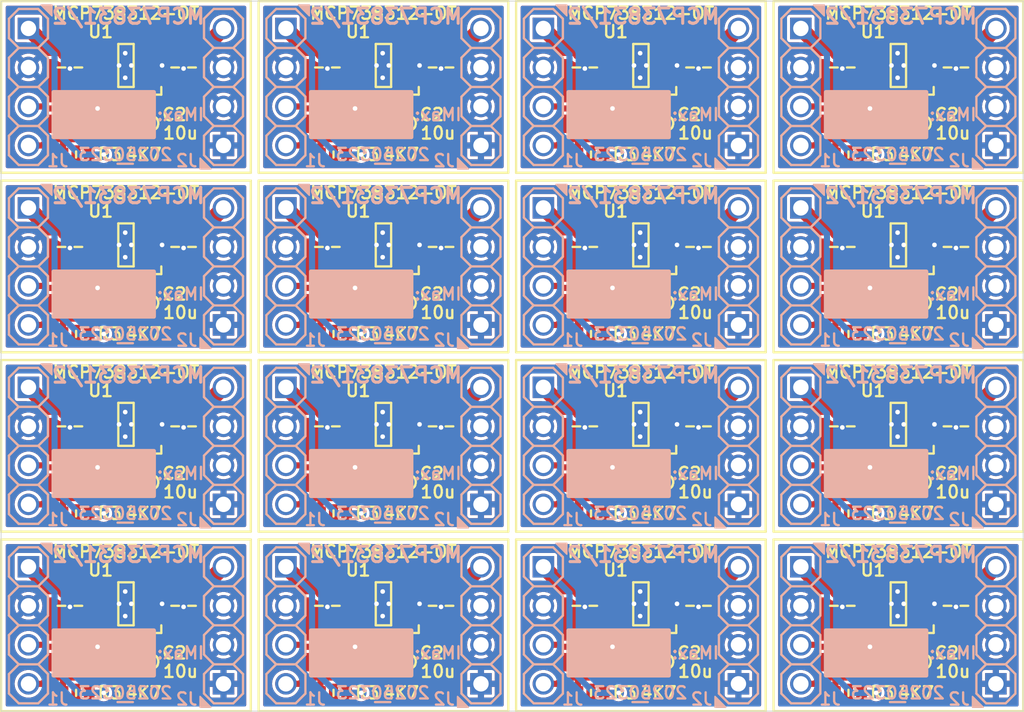
<source format=kicad_pcb>
(kicad_pcb (version 20240108) (generator "pcbnew") (generator_version "8.0")
  (layers (0 "F.Cu" mixed) (31 "B.Cu" mixed) (34 "B.Paste" user) (35 "F.Paste" user) (36 "B.SilkS" user "B.Silkscreen") (37 "F.SilkS" user "F.Silkscreen") (38 "B.Mask" user) (39 "F.Mask" user) (44 "Edge.Cuts" user))
  (net 0 "")
  (net 1 "GND")
  (net 2 "VDD")
  (net 3 "/VBAT")
  (net 4 "/PROG")
  (net 5 "/STAT")
  (footprint "SquantorResistor:R_0603_hand" (layer "F.Cu") (at 150.928 66.884 180)
    (property "Reference" "R3")
    (property "Value" "4K7")
  )
  (footprint "SquantorResistor:R_0603_hand" (layer "F.Cu") (at 134.164 88.252 180)
    (property "Reference" "R1")
    (property "Value" "TBD")
  )
  (footprint "SquantorResistor:R_0603_hand" (layer "F.Cu") (at 150.928 53.2 180)
    (property "Reference" "R1")
    (property "Value" "TBD")
  )
  (footprint "SquantorResistor:R_0603_hand" (layer "F.Cu") (at 134.164 64.884 180)
    (property "Reference" "R1")
    (property "Value" "TBD")
  )
  (footprint "SquantorCapacitor:C_1206_0805" (layer "F.Cu") (at 167.292 49.53 90)
    (property "Reference" "C1")
    (property "Value" "10u")
  )
  (footprint "SquantorIC:SOT23-5-Microchip-OT" (layer "F.Cu") (at 120.65 49.4 180)
    (property "Reference" "U1")
    (property "Value" "MCP738312-OT")
  )
  (footprint "SquantorCapacitor:C_1206_0805" (layer "F.Cu") (at 117 84.582 90)
    (property "Reference" "C1")
    (property "Value" "10u")
  )
  (footprint "SquantorCapacitor:C_1206_0805" (layer "F.Cu") (at 167.292 72.898 90)
    (property "Reference" "C1")
    (property "Value" "10u")
  )
  (footprint "SquantorResistor:R_0603_hand" (layer "F.Cu") (at 117.4 66.884 180)
    (property "Reference" "R3")
    (property "Value" "4K7")
  )
  (footprint "SquantorCapacitor:C_1206_0805" (layer "F.Cu") (at 167.292 84.582 90)
    (property "Reference" "C1")
    (property "Value" "10u")
  )
  (footprint "SquantorResistor:R_0603_hand" (layer "F.Cu") (at 150.928 88.252 180)
    (property "Reference" "R1")
    (property "Value" "TBD")
  )
  (footprint "SquantorIC:SOT23-5-Microchip-OT" (layer "F.Cu") (at 120.65 72.768 180)
    (property "Reference" "U1")
    (property "Value" "MCP738312-OT")
  )
  (footprint "SquantorCapacitor:C_1206_0805" (layer "F.Cu") (at 124.4 72.898 90)
    (property "Reference" "C2")
    (property "Value" "10u")
  )
  (footprint "SquantorResistor:R_0603_hand" (layer "F.Cu") (at 134.164 76.568 180)
    (property "Reference" "R1")
    (property "Value" "TBD")
  )
  (footprint "SquantorCapacitor:C_1206_0805" (layer "F.Cu") (at 133.764 49.53 90)
    (property "Reference" "C1")
    (property "Value" "10u")
  )
  (footprint "SquantorIC:SOT23-5-Microchip-OT" (layer "F.Cu") (at 120.65 84.452 180)
    (property "Reference" "U1")
    (property "Value" "MCP738312-OT")
  )
  (footprint "SquantorCapacitor:C_1206_0805" (layer "F.Cu") (at 150.528 72.898 90)
    (property "Reference" "C1")
    (property "Value" "10u")
  )
  (footprint "SquantorIC:SOT23-5-Microchip-OT" (layer "F.Cu") (at 137.414 49.4 180)
    (property "Reference" "U1")
    (property "Value" "MCP738312-OT")
  )
  (footprint "SquantorResistor:R_0603_hand" (layer "F.Cu") (at 117.4 64.884 180)
    (property "Reference" "R1")
    (property "Value" "TBD")
  )
  (footprint "SquantorResistor:R_0603_hand" (layer "F.Cu") (at 150.928 64.884 180)
    (property "Reference" "R1")
    (property "Value" "TBD")
  )
  (footprint "SquantorIC:SOT23-5-Microchip-OT" (layer "F.Cu") (at 154.178 61.084 180)
    (property "Reference" "U1")
    (property "Value" "MCP738312-OT")
  )
  (footprint "SquantorResistor:R_0603_hand" (layer "F.Cu") (at 134.164 53.2 180)
    (property "Reference" "R1")
    (property "Value" "TBD")
  )
  (footprint "SquantorCapacitor:C_1206_0805" (layer "F.Cu") (at 117 72.898 90)
    (property "Reference" "C1")
    (property "Value" "10u")
  )
  (footprint "SquantorCapacitor:C_1206_0805" (layer "F.Cu") (at 141.164 49.53 90)
    (property "Reference" "C2")
    (property "Value" "10u")
  )
  (footprint "SquantorResistor:R_0603_hand" (layer "F.Cu") (at 167.692 90.252 180)
    (property "Reference" "R3")
    (property "Value" "4K7")
  )
  (footprint "SquantorCapacitor:C_1206_0805" (layer "F.Cu") (at 157.928 84.582 90)
    (property "Reference" "C2")
    (property "Value" "10u")
  )
  (footprint "SquantorCapacitor:C_1206_0805" (layer "F.Cu") (at 133.764 84.582 90)
    (property "Reference" "C1")
    (property "Value" "10u")
  )
  (footprint "SquantorResistor:R_0603_hand" (layer "F.Cu") (at 150.928 78.568 180)
    (property "Reference" "R3")
    (property "Value" "4K7")
  )
  (footprint "SquantorIC:SOT23-5-Microchip-OT" (layer "F.Cu") (at 154.178 49.4 180)
    (property "Reference" "U1")
    (property "Value" "MCP738312-OT")
  )
  (footprint "SquantorCapacitor:C_1206_0805" (layer "F.Cu") (at 167.292 61.214 90)
    (property "Reference" "C1")
    (property "Value" "10u")
  )
  (footprint "SquantorCapacitor:C_1206_0805" (layer "F.Cu") (at 133.764 61.214 90)
    (property "Reference" "C1")
    (property "Value" "10u")
  )
  (footprint "SquantorCapacitor:C_1206_0805" (layer "F.Cu") (at 124.4 49.53 90)
    (property "Reference" "C2")
    (property "Value" "10u")
  )
  (footprint "SquantorResistor:R_0603_hand" (layer "F.Cu") (at 167.692 78.568 180)
    (property "Reference" "R3")
    (property "Value" "4K7")
  )
  (footprint "SquantorResistor:R_0603_hand" (layer "F.Cu") (at 117.4 78.568 180)
    (property "Reference" "R3")
    (property "Value" "4K7")
  )
  (footprint "SquantorIC:SOT23-5-Microchip-OT" (layer "F.Cu") (at 170.942 72.768 180)
    (property "Reference" "U1")
    (property "Value" "MCP738312-OT")
  )
  (footprint "SquantorResistor:R_0603_hand" (layer "F.Cu") (at 117.4 90.252 180)
    (property "Reference" "R3")
    (property "Value" "4K7")
  )
  (footprint "SquantorCapacitor:C_1206_0805" (layer "F.Cu") (at 174.692 72.898 90)
    (property "Reference" "C2")
    (property "Value" "10u")
  )
  (footprint "SquantorResistor:R_0603_hand" (layer "F.Cu") (at 167.692 76.568 180)
    (property "Reference" "R1")
    (property "Value" "TBD")
  )
  (footprint "SquantorResistor:R_0603_hand" (layer "F.Cu") (at 134.164 90.252 180)
    (property "Reference" "R3")
    (property "Value" "4K7")
  )
  (footprint "SquantorCapacitor:C_1206_0805" (layer "F.Cu") (at 141.164 84.582 90)
    (property "Reference" "C2")
    (property "Value" "10u")
  )
  (footprint "SquantorIC:SOT23-5-Microchip-OT" (layer "F.Cu") (at 170.942 84.452 180)
    (property "Reference" "U1")
    (property "Value" "MCP738312-OT")
  )
  (footprint "SquantorResistor:R_0603_hand" (layer "F.Cu") (at 134.164 55.2 180)
    (property "Reference" "R3")
    (property "Value" "4K7")
  )
  (footprint "SquantorIC:SOT23-5-Microchip-OT" (layer "F.Cu") (at 154.178 72.768 180)
    (property "Reference" "U1")
    (property "Value" "MCP738312-OT")
  )
  (footprint "SquantorCapacitor:C_1206_0805" (layer "F.Cu") (at 117 61.214 90)
    (property "Reference" "C1")
    (property "Value" "10u")
  )
  (footprint "SquantorCapacitor:C_1206_0805" (layer "F.Cu") (at 150.528 61.214 90)
    (property "Reference" "C1")
    (property "Value" "10u")
  )
  (footprint "SquantorResistor:R_0603_hand" (layer "F.Cu") (at 117.4 53.2 180)
    (property "Reference" "R1")
    (property "Value" "TBD")
  )
  (footprint "SquantorResistor:R_0603_hand" (layer "F.Cu") (at 150.928 76.568 180)
    (property "Reference" "R1")
    (property "Value" "TBD")
  )
  (footprint "SquantorCapacitor:C_1206_0805" (layer "F.Cu") (at 157.928 49.53 90)
    (property "Reference" "C2")
    (property "Value" "10u")
  )
  (footprint "SquantorResistor:R_0603_hand" (layer "F.Cu") (at 167.692 55.2 180)
    (property "Reference" "R3")
    (property "Value" "4K7")
  )
  (footprint "SquantorResistor:R_0603_hand" (layer "F.Cu") (at 117.4 76.568 180)
    (property "Reference" "R1")
    (property "Value" "TBD")
  )
  (footprint "SquantorResistor:R_0603_hand" (layer "F.Cu") (at 167.692 66.884 180)
    (property "Reference" "R3")
    (property "Value" "4K7")
  )
  (footprint "SquantorCapacitor:C_1206_0805" (layer "F.Cu") (at 141.164 61.214 90)
    (property "Reference" "C2")
    (property "Value" "10u")
  )
  (footprint "SquantorIC:SOT23-5-Microchip-OT" (layer "F.Cu") (at 137.414 84.452 180)
    (property "Reference" "U1")
    (property "Value" "MCP738312-OT")
  )
  (footprint "SquantorCapacitor:C_1206_0805" (layer "F.Cu") (at 117 49.53 90)
    (property "Reference" "C1")
    (property "Value" "10u")
  )
  (footprint "SquantorCapacitor:C_1206_0805" (layer "F.Cu") (at 141.164 72.898 90)
    (property "Reference" "C2")
    (property "Value" "10u")
  )
  (footprint "SquantorCapacitor:C_1206_0805" (layer "F.Cu") (at 133.764 72.898 90)
    (property "Reference" "C1")
    (property "Value" "10u")
  )
  (footprint "SquantorCapacitor:C_1206_0805" (layer "F.Cu") (at 124.4 61.214 90)
    (property "Reference" "C2")
    (property "Value" "10u")
  )
  (footprint "SquantorIC:SOT23-5-Microchip-OT" (layer "F.Cu") (at 154.178 84.452 180)
    (property "Reference" "U1")
    (property "Value" "MCP738312-OT")
  )
  (footprint "SquantorIC:SOT23-5-Microchip-OT" (layer "F.Cu") (at 120.65 61.084 180)
    (property "Reference" "U1")
    (property "Value" "MCP738312-OT")
  )
  (footprint "SquantorResistor:R_0603_hand" (layer "F.Cu") (at 167.692 88.252 180)
    (property "Reference" "R1")
    (property "Value" "TBD")
  )
  (footprint "SquantorIC:SOT23-5-Microchip-OT" (layer "F.Cu") (at 137.414 72.768 180)
    (property "Reference" "U1")
    (property "Value" "MCP738312-OT")
  )
  (footprint "SquantorCapacitor:C_1206_0805" (layer "F.Cu") (at 157.928 72.898 90)
    (property "Reference" "C2")
    (property "Value" "10u")
  )
  (footprint "SquantorResistor:R_0603_hand" (layer "F.Cu") (at 134.164 66.884 180)
    (property "Reference" "R3")
    (property "Value" "4K7")
  )
  (footprint "SquantorCapacitor:C_1206_0805" (layer "F.Cu") (at 150.528 84.582 90)
    (property "Reference" "C1")
    (property "Value" "10u")
  )
  (footprint "SquantorResistor:R_0603_hand" (layer "F.Cu") (at 150.928 90.252 180)
    (property "Reference" "R3")
    (property "Value" "4K7")
  )
  (footprint "SquantorCapacitor:C_1206_0805" (layer "F.Cu") (at 150.528 49.53 90)
    (property "Reference" "C1")
    (property "Value" "10u")
  )
  (footprint "SquantorCapacitor:C_1206_0805" (layer "F.Cu") (at 157.928 61.214 90)
    (property "Reference" "C2")
    (property "Value" "10u")
  )
  (footprint "SquantorResistor:R_0603_hand" (layer "F.Cu") (at 117.4 55.2 180)
    (property "Reference" "R3")
    (property "Value" "4K7")
  )
  (footprint "SquantorResistor:R_0603_hand" (layer "F.Cu") (at 167.692 53.2 180)
    (property "Reference" "R1")
    (property "Value" "TBD")
  )
  (footprint "SquantorCapacitor:C_1206_0805" (layer "F.Cu") (at 124.4 84.582 90)
    (property "Reference" "C2")
    (property "Value" "10u")
  )
  (footprint "SquantorIC:SOT23-5-Microchip-OT" (layer "F.Cu") (at 170.942 49.4 180)
    (property "Reference" "U1")
    (property "Value" "MCP738312-OT")
  )
  (footprint "SquantorIC:SOT23-5-Microchip-OT" (layer "F.Cu") (at 137.414 61.084 180)
    (property "Reference" "U1")
    (property "Value" "MCP738312-OT")
  )
  (footprint "SquantorResistor:R_0603_hand" (layer "F.Cu") (at 117.4 88.252 180)
    (property "Reference" "R1")
    (property "Value" "TBD")
  )
  (footprint "SquantorCapacitor:C_1206_0805" (layer "F.Cu") (at 174.692 84.582 90)
    (property "Reference" "C2")
    (property "Value" "10u")
  )
  (footprint "SquantorResistor:R_0603_hand" (layer "F.Cu") (at 167.692 64.884 180)
    (property "Reference" "R1")
    (property "Value" "TBD")
  )
  (footprint "SquantorCapacitor:C_1206_0805" (layer "F.Cu") (at 174.692 61.214 90)
    (property "Reference" "C2")
    (property "Value" "10u")
  )
  (footprint "SquantorResistor:R_0603_hand" (layer "F.Cu") (at 150.928 55.2 180)
    (property "Reference" "R3")
    (property "Value" "4K7")
  )
  (footprint "SquantorIC:SOT23-5-Microchip-OT" (layer "F.Cu") (at 170.942 61.084 180)
    (property "Reference" "U1")
    (property "Value" "MCP738312-OT")
  )
  (footprint "SquantorCapacitor:C_1206_0805" (layer "F.Cu") (at 174.692 49.53 90)
    (property "Reference" "C2")
    (property "Value" "10u")
  )
  (footprint "SquantorResistor:R_0603_hand" (layer "F.Cu") (at 134.164 78.568 180)
    (property "Reference" "R3")
    (property "Value" "4K7")
  )
  (footprint "SquantorLabels:Label_Generic" (layer "B.Cu") (at 120.6 55.2 180)
    (property "Reference" "N1" (hide yes))
    (property "Value" "20250323")
  )
  (footprint "SquantorConnectors:Header-0254-1X04-H010" (layer "B.Cu") (at 127 74.168 90)
    (property "Reference" "J2")
    (property "Value" "Conn_01x04")
  )
  (footprint "SquantorLabels:Label_Generic" (layer "B.Cu") (at 137.364 66.884 180)
    (property "Reference" "N1" (hide yes))
    (property "Value" "20250323")
  )
  (footprint "SquantorConnectors:Header-0254-1X04-H010" (layer "B.Cu") (at 147.828 50.8 -90)
    (property "Reference" "J1")
    (property "Value" "Conn_01x04")
  )
  (footprint "SquantorConnectors:Header-0254-1X04-H010" (layer "B.Cu") (at 114.3 50.8 -90)
    (property "Reference" "J1")
    (property "Value" "Conn_01x04")
  )
  (footprint "SquantorLabels:Label_Generic" (layer "B.Cu") (at 154.128 55.2 180)
    (property "Reference" "N1" (hide yes))
    (property "Value" "20250323")
  )
  (footprint "SquantorConnectors:Header-0254-1X04-H010" (layer "B.Cu") (at 143.764 85.852 90)
    (property "Reference" "J2")
    (property "Value" "Conn_01x04")
  )
  (footprint "SquantorConnectors:Header-0254-1X04-H010" (layer "B.Cu") (at 131.064 74.168 -90)
    (property "Reference" "J1")
    (property "Value" "Conn_01x04")
  )
  (footprint "SquantorLabels:Label_Generic" (layer "B.Cu") (at 170.892 78.568 180)
    (property "Reference" "N1" (hide yes))
    (property "Value" "20250323")
  )
  (footprint "SquantorLabels:Label_Generic" (layer "B.Cu") (at 137.364 78.568 180)
    (property "Reference" "N1" (hide yes))
    (property "Value" "20250323")
  )
  (footprint "SquantorConnectors:Header-0254-1X04-H010" (layer "B.Cu") (at 114.3 85.852 -90)
    (property "Reference" "J1")
    (property "Value" "Conn_01x04")
  )
  (footprint "SquantorLabels:Label_Generic" (layer "B.Cu") (at 120.6 78.568 180)
    (property "Reference" "N1" (hide yes))
    (property "Value" "20250323")
  )
  (footprint "SquantorConnectors:Header-0254-1X04-H010" (layer "B.Cu") (at 164.592 50.8 -90)
    (property "Reference" "J1")
    (property "Value" "Conn_01x04")
  )
  (footprint "SquantorConnectors:Header-0254-1X04-H010" (layer "B.Cu") (at 164.592 62.484 -90)
    (property "Reference" "J1")
    (property "Value" "Conn_01x04")
  )
  (footprint "SquantorConnectors:Header-0254-1X04-H010" (layer "B.Cu") (at 114.3 62.484 -90)
    (property "Reference" "J1")
    (property "Value" "Conn_01x04")
  )
  (footprint "SquantorConnectors:Header-0254-1X04-H010" (layer "B.Cu") (at 114.3 74.168 -90)
    (property "Reference" "J1")
    (property "Value" "Conn_01x04")
  )
  (footprint "SquantorConnectors:Header-0254-1X04-H010" (layer "B.Cu") (at 131.064 62.484 -90)
    (property "Reference" "J1")
    (property "Value" "Conn_01x04")
  )
  (footprint "SquantorConnectors:Header-0254-1X04-H010" (layer "B.Cu") (at 177.292 50.8 90)
    (property "Reference" "J2")
    (property "Value" "Conn_01x04")
  )
  (footprint "SquantorConnectors:Header-0254-1X04-H010" (layer "B.Cu") (at 160.528 74.168 90)
    (property "Reference" "J2")
    (property "Value" "Conn_01x04")
  )
  (footprint "SquantorLabels:Label_Generic" (layer "B.Cu") (at 170.892 55.2 180)
    (property "Reference" "N1" (hide yes))
    (property "Value" "20250323")
  )
  (footprint "SquantorConnectors:Header-0254-1X04-H010" (layer "B.Cu") (at 160.528 62.484 90)
    (property "Reference" "J2")
    (property "Value" "Conn_01x04")
  )
  (footprint "SquantorLabels:Label_Generic" (layer "B.Cu") (at 137.364 55.2 180)
    (property "Reference" "N1" (hide yes))
    (property "Value" "20250323")
  )
  (footprint "SquantorConnectors:Header-0254-1X04-H010" (layer "B.Cu") (at 164.592 85.852 -90)
    (property "Reference" "J1")
    (property "Value" "Conn_01x04")
  )
  (footprint "SquantorConnectors:Header-0254-1X04-H010" (layer "B.Cu") (at 147.828 74.168 -90)
    (property "Reference" "J1")
    (property "Value" "Conn_01x04")
  )
  (footprint "SquantorLabels:Label_Generic" (layer "B.Cu") (at 170.892 90.252 180)
    (property "Reference" "N1" (hide yes))
    (property "Value" "20250323")
  )
  (footprint "SquantorConnectors:Header-0254-1X04-H010" (layer "B.Cu") (at 127 85.852 90)
    (property "Reference" "J2")
    (property "Value" "Conn_01x04")
  )
  (footprint "SquantorConnectors:Header-0254-1X04-H010" (layer "B.Cu") (at 177.292 74.168 90)
    (property "Reference" "J2")
    (property "Value" "Conn_01x04")
  )
  (footprint "SquantorLabels:Label_Generic" (layer "B.Cu") (at 120.6 66.884 180)
    (property "Reference" "N1" (hide yes))
    (property "Value" "20250323")
  )
  (footprint "SquantorConnectors:Header-0254-1X04-H010" (layer "B.Cu") (at 177.292 62.484 90)
    (property "Reference" "J2")
    (property "Value" "Conn_01x04")
  )
  (footprint "SquantorLabels:Label_Generic" (layer "B.Cu") (at 137.364 90.252 180)
    (property "Reference" "N1" (hide yes))
    (property "Value" "20250323")
  )
  (footprint "SquantorConnectors:Header-0254-1X04-H010" (layer "B.Cu") (at 177.292 85.852 90)
    (property "Reference" "J2")
    (property "Value" "Conn_01x04")
  )
  (footprint "SquantorLabels:Label_Generic" (layer "B.Cu") (at 154.128 66.884 180)
    (property "Reference" "N1" (hide yes))
    (property "Value" "20250323")
  )
  (footprint "SquantorConnectors:Header-0254-1X04-H010" (layer "B.Cu") (at 143.764 74.168 90)
    (property "Reference" "J2")
    (property "Value" "Conn_01x04")
  )
  (footprint "SquantorConnectors:Header-0254-1X04-H010" (layer "B.Cu") (at 127 62.484 90)
    (property "Reference" "J2")
    (property "Value" "Conn_01x04")
  )
  (footprint "SquantorLabels:Label_Generic" (layer "B.Cu") (at 154.128 78.568 180)
    (property "Reference" "N1" (hide yes))
    (property "Value" "20250323")
  )
  (footprint "SquantorLabels:Label_Generic" (layer "B.Cu") (at 120.6 90.252 180)
    (property "Reference" "N1" (hide yes))
    (property "Value" "20250323")
  )
  (footprint "SquantorConnectors:Header-0254-1X04-H010" (layer "B.Cu") (at 160.528 85.852 90)
    (property "Reference" "J2")
    (property "Value" "Conn_01x04")
  )
  (footprint "SquantorConnectors:Header-0254-1X04-H010" (layer "B.Cu") (at 164.592 74.168 -90)
    (property "Reference" "J1")
    (property "Value" "Conn_01x04")
  )
  (footprint "SquantorConnectors:Header-0254-1X04-H010" (layer "B.Cu") (at 131.064 85.852 -90)
    (property "Reference" "J1")
    (property "Value" "Conn_01x04")
  )
  (footprint "SquantorConnectors:Header-0254-1X04-H010" (layer "B.Cu") (at 147.828 85.852 -90)
    (property "Reference" "J1")
    (property "Value" "Conn_01x04")
  )
  (footprint "SquantorConnectors:Header-0254-1X04-H010" (layer "B.Cu") (at 131.064 50.8 -90)
    (property "Reference" "J1")
    (property "Value" "Conn_01x04")
  )
  (footprint "SquantorConnectors:Header-0254-1X04-H010" (layer "B.Cu") (at 160.528 50.8 90)
    (property "Reference" "J2")
    (property "Value" "Conn_01x04")
  )
  (footprint "SquantorConnectors:Header-0254-1X04-H010" (layer "B.Cu") (at 143.764 62.484 90)
    (property "Reference" "J2")
    (property "Value" "Conn_01x04")
  )
  (footprint "SquantorConnectors:Header-0254-1X04-H010" (layer "B.Cu") (at 143.764 50.8 90)
    (property "Reference" "J2")
    (property "Value" "Conn_01x04")
  )
  (footprint "SquantorConnectors:Header-0254-1X04-H010" (layer "B.Cu") (at 127 50.8 90)
    (property "Reference" "J2")
    (property "Value" "Conn_01x04")
  )
  (footprint "SquantorLabels:Label_Generic" (layer "B.Cu") (at 170.892 66.884 180)
    (property "Reference" "N1" (hide yes))
    (property "Value" "20250323")
  )
  (footprint "SquantorLabels:Label_Generic" (layer "B.Cu") (at 154.128 90.252 180)
    (property "Reference" "N1" (hide yes))
    (property "Value" "20250323")
  )
  (footprint "SquantorConnectors:Header-0254-1X04-H010" (layer "B.Cu") (at 147.828 62.484 -90)
    (property "Reference" "J1")
    (property "Value" "Conn_01x04")
  )
  (gr_line (start 112.522 68.072) (end 112.522 56.896) (stroke (width 0.15)) (layer "F.SilkS"))
  (gr_line (start 146.05 79.756) (end 146.05 68.58) (stroke (width 0.15)) (layer "F.SilkS"))
  (gr_line (start 162.814 56.896) (end 179.07 56.896) (stroke (width 0.15)) (layer "F.SilkS"))
  (gr_line (start 146.05 56.388) (end 146.05 45.212) (stroke (width 0.15)) (layer "F.SilkS"))
  (gr_line (start 129.286 68.072) (end 129.286 56.896) (stroke (width 0.15)) (layer "F.SilkS"))
  (gr_line (start 145.542 56.388) (end 129.286 56.388) (stroke (width 0.15)) (layer "F.SilkS"))
  (gr_line (start 129.286 80.264) (end 145.542 80.264) (stroke (width 0.15)) (layer "F.SilkS"))
  (gr_line (start 146.05 68.58) (end 162.306 68.58) (stroke (width 0.15)) (layer "F.SilkS"))
  (gr_line (start 129.286 79.756) (end 129.286 68.58) (stroke (width 0.15)) (layer "F.SilkS"))
  (gr_line (start 146.05 56.896) (end 162.306 56.896) (stroke (width 0.15)) (layer "F.SilkS"))
  (gr_line (start 146.05 80.264) (end 162.306 80.264) (stroke (width 0.15)) (layer "F.SilkS"))
  (gr_line (start 179.07 56.388) (end 162.814 56.388) (stroke (width 0.15)) (layer "F.SilkS"))
  (gr_line (start 145.542 56.896) (end 145.542 68.072) (stroke (width 0.15)) (layer "F.SilkS"))
  (gr_line (start 162.306 79.756) (end 146.05 79.756) (stroke (width 0.15)) (layer "F.SilkS"))
  (gr_line (start 112.522 91.44) (end 112.522 80.264) (stroke (width 0.15)) (layer "F.SilkS"))
  (gr_line (start 128.778 56.896) (end 128.778 68.072) (stroke (width 0.15)) (layer "F.SilkS"))
  (gr_line (start 129.286 91.44) (end 129.286 80.264) (stroke (width 0.15)) (layer "F.SilkS"))
  (gr_line (start 112.522 56.896) (end 128.778 56.896) (stroke (width 0.15)) (layer "F.SilkS"))
  (gr_line (start 162.306 56.896) (end 162.306 68.072) (stroke (width 0.15)) (layer "F.SilkS"))
  (gr_line (start 162.814 91.44) (end 162.814 80.264) (stroke (width 0.15)) (layer "F.SilkS"))
  (gr_line (start 128.778 91.44) (end 112.522 91.44) (stroke (width 0.15)) (layer "F.SilkS"))
  (gr_line (start 179.07 56.896) (end 179.07 68.072) (stroke (width 0.15)) (layer "F.SilkS"))
  (gr_line (start 145.542 79.756) (end 129.286 79.756) (stroke (width 0.15)) (layer "F.SilkS"))
  (gr_line (start 112.522 68.58) (end 128.778 68.58) (stroke (width 0.15)) (layer "F.SilkS"))
  (gr_line (start 145.542 45.212) (end 145.542 56.388) (stroke (width 0.15)) (layer "F.SilkS"))
  (gr_line (start 145.542 68.58) (end 145.542 79.756) (stroke (width 0.15)) (layer "F.SilkS"))
  (gr_line (start 179.07 68.072) (end 162.814 68.072) (stroke (width 0.15)) (layer "F.SilkS"))
  (gr_line (start 179.07 45.212) (end 179.07 56.388) (stroke (width 0.15)) (layer "F.SilkS"))
  (gr_line (start 162.814 80.264) (end 179.07 80.264) (stroke (width 0.15)) (layer "F.SilkS"))
  (gr_line (start 146.05 68.072) (end 146.05 56.896) (stroke (width 0.15)) (layer "F.SilkS"))
  (gr_line (start 179.07 79.756) (end 162.814 79.756) (stroke (width 0.15)) (layer "F.SilkS"))
  (gr_line (start 162.814 68.072) (end 162.814 56.896) (stroke (width 0.15)) (layer "F.SilkS"))
  (gr_line (start 128.778 79.756) (end 112.522 79.756) (stroke (width 0.15)) (layer "F.SilkS"))
  (gr_line (start 112.522 45.212) (end 128.778 45.212) (stroke (width 0.15)) (layer "F.SilkS"))
  (gr_line (start 129.286 68.58) (end 145.542 68.58) (stroke (width 0.15)) (layer "F.SilkS"))
  (gr_line (start 162.814 45.212) (end 179.07 45.212) (stroke (width 0.15)) (layer "F.SilkS"))
  (gr_line (start 128.778 68.072) (end 112.522 68.072) (stroke (width 0.15)) (layer "F.SilkS"))
  (gr_line (start 128.778 45.212) (end 128.778 56.388) (stroke (width 0.15)) (layer "F.SilkS"))
  (gr_line (start 162.306 80.264) (end 162.306 91.44) (stroke (width 0.15)) (layer "F.SilkS"))
  (gr_line (start 146.05 91.44) (end 146.05 80.264) (stroke (width 0.15)) (layer "F.SilkS"))
  (gr_line (start 179.07 80.264) (end 179.07 91.44) (stroke (width 0.15)) (layer "F.SilkS"))
  (gr_line (start 145.542 80.264) (end 145.542 91.44) (stroke (width 0.15)) (layer "F.SilkS"))
  (gr_line (start 145.542 68.072) (end 129.286 68.072) (stroke (width 0.15)) (layer "F.SilkS"))
  (gr_line (start 129.286 45.212) (end 145.542 45.212) (stroke (width 0.15)) (layer "F.SilkS"))
  (gr_line (start 162.814 79.756) (end 162.814 68.58) (stroke (width 0.15)) (layer "F.SilkS"))
  (gr_line (start 162.306 68.58) (end 162.306 79.756) (stroke (width 0.15)) (layer "F.SilkS"))
  (gr_line (start 129.286 56.388) (end 129.286 45.212) (stroke (width 0.15)) (layer "F.SilkS"))
  (gr_line (start 112.522 79.756) (end 112.522 68.58) (stroke (width 0.15)) (layer "F.SilkS"))
  (gr_line (start 179.07 91.44) (end 162.814 91.44) (stroke (width 0.15)) (layer "F.SilkS"))
  (gr_line (start 128.778 80.264) (end 128.778 91.44) (stroke (width 0.15)) (layer "F.SilkS"))
  (gr_line (start 128.778 56.388) (end 112.522 56.388) (stroke (width 0.15)) (layer "F.SilkS"))
  (gr_line (start 145.542 91.44) (end 129.286 91.44) (stroke (width 0.15)) (layer "F.SilkS"))
  (gr_line (start 162.814 68.58) (end 179.07 68.58) (stroke (width 0.15)) (layer "F.SilkS"))
  (gr_line (start 162.306 45.212) (end 162.306 56.388) (stroke (width 0.15)) (layer "F.SilkS"))
  (gr_line (start 112.522 56.388) (end 112.522 45.212) (stroke (width 0.15)) (layer "F.SilkS"))
  (gr_line (start 129.286 56.896) (end 145.542 56.896) (stroke (width 0.15)) (layer "F.SilkS"))
  (gr_line (start 162.306 68.072) (end 146.05 68.072) (stroke (width 0.15)) (layer "F.SilkS"))
  (gr_line (start 128.778 68.58) (end 128.778 79.756) (stroke (width 0.15)) (layer "F.SilkS"))
  (gr_line (start 146.05 45.212) (end 162.306 45.212) (stroke (width 0.15)) (layer "F.SilkS"))
  (gr_line (start 162.306 56.388) (end 146.05 56.388) (stroke (width 0.15)) (layer "F.SilkS"))
  (gr_line (start 162.814 56.388) (end 162.814 45.212) (stroke (width 0.15)) (layer "F.SilkS"))
  (gr_line (start 112.522 80.264) (end 128.778 80.264) (stroke (width 0.15)) (layer "F.SilkS"))
  (gr_line (start 162.306 91.44) (end 146.05 91.44) (stroke (width 0.15)) (layer "F.SilkS"))
  (gr_line (start 179.07 68.58) (end 179.07 79.756) (stroke (width 0.15)) (layer "F.SilkS"))
  (gr_line (start 112.522 91.44) (end 112.522 45.212) (stroke (width 0.05)) (layer "Edge.Cuts"))
  (gr_line (start 179.07 91.44) (end 112.522 91.44) (stroke (width 0.05)) (layer "Edge.Cuts"))
  (gr_line (start 179.07 45.212) (end 179.07 91.44) (stroke (width 0.05)) (layer "Edge.Cuts"))
  (gr_line (start 112.522 45.212) (end 179.07 45.212) (stroke (width 0.05)) (layer "Edge.Cuts"))
  (gr_text "IMax:" (at 140.964 75.968 0) (layer "B.SilkS") (effects (font (size 0.8 0.8) (thickness 0.15) (bold yes)) (justify mirror)))
  (gr_text "IMax:" (at 157.728 64.284 0) (layer "B.SilkS") (effects (font (size 0.8 0.8) (thickness 0.15) (bold yes)) (justify mirror)))
  (gr_text "MCP73831/2" (at 154.328 69.568 0) (layer "B.SilkS") (effects (font (size 1 1) (thickness 0.2) (bold yes)) (justify mirror)))
  (gr_text "IMax:" (at 157.728 87.652 0) (layer "B.SilkS") (effects (font (size 0.8 0.8) (thickness 0.15) (bold yes)) (justify mirror)))
  (gr_text "IMax:" (at 174.492 75.968 0) (layer "B.SilkS") (effects (font (size 0.8 0.8) (thickness 0.15) (bold yes)) (justify mirror)))
  (gr_text "MCP73831/2" (at 137.564 57.884 0) (layer "B.SilkS") (effects (font (size 1 1) (thickness 0.2) (bold yes)) (justify mirror)))
  (gr_text "MCP73831/2" (at 137.564 81.252 0) (layer "B.SilkS") (effects (font (size 1 1) (thickness 0.2) (bold yes)) (justify mirror)))
  (gr_text "MCP73831/2" (at 120.8 69.568 0) (layer "B.SilkS") (effects (font (size 1 1) (thickness 0.2) (bold yes)) (justify mirror)))
  (gr_text "IMax:" (at 174.492 87.652 0) (layer "B.SilkS") (effects (font (size 0.8 0.8) (thickness 0.15) (bold yes)) (justify mirror)))
  (gr_text "MCP73831/2" (at 171.092 57.884 0) (layer "B.SilkS") (effects (font (size 1 1) (thickness 0.2) (bold yes)) (justify mirror)))
  (gr_text "MCP73831/2" (at 137.564 69.568 0) (layer "B.SilkS") (effects (font (size 1 1) (thickness 0.2) (bold yes)) (justify mirror)))
  (gr_text "IMax:" (at 174.492 52.6 0) (layer "B.SilkS") (effects (font (size 0.8 0.8) (thickness 0.15) (bold yes)) (justify mirror)))
  (gr_text "MCP73831/2" (at 120.8 81.252 0) (layer "B.SilkS") (effects (font (size 1 1) (thickness 0.2) (bold yes)) (justify mirror)))
  (gr_text "IMax:" (at 124.2 52.6 0) (layer "B.SilkS") (effects (font (size 0.8 0.8) (thickness 0.15) (bold yes)) (justify mirror)))
  (gr_text "IMax:" (at 124.2 87.652 0) (layer "B.SilkS") (effects (font (size 0.8 0.8) (thickness 0.15) (bold yes)) (justify mirror)))
  (gr_text "MCP73831/2" (at 137.564 46.2 0) (layer "B.SilkS") (effects (font (size 1 1) (thickness 0.2) (bold yes)) (justify mirror)))
  (gr_text "MCP73831/2" (at 120.8 46.2 0) (layer "B.SilkS") (effects (font (size 1 1) (thickness 0.2) (bold yes)) (justify mirror)))
  (gr_text "IMax:" (at 140.964 64.284 0) (layer "B.SilkS") (effects (font (size 0.8 0.8) (thickness 0.15) (bold yes)) (justify mirror)))
  (gr_text "MCP73831/2" (at 171.092 81.252 0) (layer "B.SilkS") (effects (font (size 1 1) (thickness 0.2) (bold yes)) (justify mirror)))
  (gr_text "IMax:" (at 124.2 64.284 0) (layer "B.SilkS") (effects (font (size 0.8 0.8) (thickness 0.15) (bold yes)) (justify mirror)))
  (gr_text "IMax:" (at 157.728 75.968 0) (layer "B.SilkS") (effects (font (size 0.8 0.8) (thickness 0.15) (bold yes)) (justify mirror)))
  (gr_text "IMax:" (at 124.2 75.968 0) (layer "B.SilkS") (effects (font (size 0.8 0.8) (thickness 0.15) (bold yes)) (justify mirror)))
  (gr_text "IMax:" (at 157.728 52.6 0) (layer "B.SilkS") (effects (font (size 0.8 0.8) (thickness 0.15) (bold yes)) (justify mirror)))
  (gr_text "IMax:" (at 140.964 52.6 0) (layer "B.SilkS") (effects (font (size 0.8 0.8) (thickness 0.15) (bold yes)) (justify mirror)))
  (gr_text "IMax:" (at 174.492 64.284 0) (layer "B.SilkS") (effects (font (size 0.8 0.8) (thickness 0.15) (bold yes)) (justify mirror)))
  (gr_text "MCP73831/2" (at 171.092 69.568 0) (layer "B.SilkS") (effects (font (size 1 1) (thickness 0.2) (bold yes)) (justify mirror)))
  (gr_text "MCP73831/2" (at 120.8 57.884 0) (layer "B.SilkS") (effects (font (size 1 1) (thickness 0.2) (bold yes)) (justify mirror)))
  (gr_text "MCP73831/2" (at 154.328 57.884 0) (layer "B.SilkS") (effects (font (size 1 1) (thickness 0.2) (bold yes)) (justify mirror)))
  (gr_text "MCP73831/2" (at 171.092 46.2 0) (layer "B.SilkS") (effects (font (size 1 1) (thickness 0.2) (bold yes)) (justify mirror)))
  (gr_text "MCP73831/2" (at 154.328 46.2 0) (layer "B.SilkS") (effects (font (size 1 1) (thickness 0.2) (bold yes)) (justify mirror)))
  (gr_text "IMax:" (at 140.964 87.652 0) (layer "B.SilkS") (effects (font (size 0.8 0.8) (thickness 0.15) (bold yes)) (justify mirror)))
  (gr_text "MCP73831/2" (at 154.328 81.252 0) (layer "B.SilkS") (effects (font (size 1 1) (thickness 0.2) (bold yes)) (justify mirror)))
  (via (at 167.292 61.284) (size 0.7) (drill 0.3) (layers "F.Cu" "B.Cu") (net 1))
  (via (at 118.8 52.2) (size 0.7) (drill 0.3) (layers "F.Cu" "B.Cu") (net 1))
  (via (at 169.092 87.252) (size 0.7) (drill 0.3) (layers "F.Cu" "B.Cu") (net 1))
  (via (at 173.292 49.4) (size 0.7) (drill 0.3) (layers "F.Cu" "B.Cu") (net 1))
  (via (at 173.292 61.084) (size 0.7) (drill 0.3) (layers "F.Cu" "B.Cu") (net 1))
  (via (at 123 84.452) (size 0.7) (drill 0.3) (layers "F.Cu" "B.Cu") (net 1))
  (via (at 135.564 87.252) (size 0.7) (drill 0.3) (layers "F.Cu" "B.Cu") (net 1))
  (via (at 173.292 72.768) (size 0.7) (drill 0.3) (layers "F.Cu" "B.Cu") (net 1))
  (via (at 170.492 72.768) (size 0.7) (drill 0.3) (layers "F.Cu" "B.Cu") (net 1))
  (via (at 124.4 61.284) (size 0.7) (drill 0.3) (layers "F.Cu" "B.Cu") (net 1))
  (via (at 150.528 72.968) (size 0.7) (drill 0.3) (layers "F.Cu" "B.Cu") (net 1))
  (via (at 153.728 61.084) (size 0.7) (drill 0.3) (layers "F.Cu" "B.Cu") (net 1))
  (via (at 154.528 84.452) (size 0.7) (drill 0.3) (layers "F.Cu" "B.Cu") (net 1))
  (via (at 133.764 84.652) (size 0.7) (drill 0.3) (layers "F.Cu" "B.Cu") (net 1))
  (via (at 137.364 83.652) (size 0.7) (drill 0.3) (layers "F.Cu" "B.Cu") (net 1))
  (via (at 117 72.968) (size 0.7) (drill 0.3) (layers "F.Cu" "B.Cu") (net 1))
  (via (at 153.728 84.452) (size 0.7) (drill 0.3) (layers "F.Cu" "B.Cu") (net 1))
  (via (at 120.2 72.768) (size 0.7) (drill 0.3) (layers "F.Cu" "B.Cu") (net 1))
  (via (at 136.964 84.452) (size 0.7) (drill 0.3) (layers "F.Cu" "B.Cu") (net 1))
  (via (at 154.128 71.968) (size 0.7) (drill 0.3) (layers "F.Cu" "B.Cu") (net 1))
  (via (at 174.692 72.968) (size 0.7) (drill 0.3) (layers "F.Cu" "B.Cu") (net 1))
  (via (at 157.928 61.284) (size 0.7) (drill 0.3) (layers "F.Cu" "B.Cu") (net 1))
  (via (at 154.128 60.284) (size 0.7) (drill 0.3) (layers "F.Cu" "B.Cu") (net 1))
  (via (at 139.764 61.084) (size 0.7) (drill 0.3) (layers "F.Cu" "B.Cu") (net 1))
  (via (at 170.492 84.452) (size 0.7) (drill 0.3) (layers "F.Cu" "B.Cu") (net 1))
  (via (at 137.764 84.452) (size 0.7) (drill 0.3) (layers "F.Cu" "B.Cu") (net 1))
  (via (at 169.092 52.2) (size 0.7) (drill 0.3) (layers "F.Cu" "B.Cu") (net 1))
  (via (at 118.8 87.252) (size 0.7) (drill 0.3) (layers "F.Cu" "B.Cu") (net 1))
  (via (at 157.928 84.652) (size 0.7) (drill 0.3) (layers "F.Cu" "B.Cu") (net 1))
  (via (at 141.164 72.968) (size 0.7) (drill 0.3) (layers "F.Cu" "B.Cu") (net 1))
  (via (at 154.128 83.652) (size 0.7) (drill 0.3) (layers "F.Cu" "B.Cu") (net 1))
  (via (at 120.6 61.884) (size 0.7) (drill 0.3) (layers "F.Cu" "B.Cu") (net 1))
  (via (at 123 61.084) (size 0.7) (drill 0.3) (layers "F.Cu" "B.Cu") (net 1))
  (via (at 170.892 50.2) (size 0.7) (drill 0.3) (layers "F.Cu" "B.Cu") (net 1))
  (via (at 141.164 49.6) (size 0.7) (drill 0.3) (layers "F.Cu" "B.Cu") (net 1))
  (via (at 117 49.6) (size 0.7) (drill 0.3) (layers "F.Cu" "B.Cu") (net 1))
  (via (at 117 61.284) (size 0.7) (drill 0.3) (layers "F.Cu" "B.Cu") (net 1))
  (via (at 169.092 63.884) (size 0.7) (drill 0.3) (layers "F.Cu" "B.Cu") (net 1))
  (via (at 120.6 60.284) (size 0.7) (drill 0.3) (layers "F.Cu" "B.Cu") (net 1))
  (via (at 174.692 49.6) (size 0.7) (drill 0.3) (layers "F.Cu" "B.Cu") (net 1))
  (via (at 170.892 85.252) (size 0.7) (drill 0.3) (layers "F.Cu" "B.Cu") (net 1))
  (via (at 169.092 75.568) (size 0.7) (drill 0.3) (layers "F.Cu" "B.Cu") (net 1))
  (via (at 171.292 49.4) (size 0.7) (drill 0.3) (layers "F.Cu" "B.Cu") (net 1))
  (via (at 156.528 61.084) (size 0.7) (drill 0.3) (layers "F.Cu" "B.Cu") (net 1))
  (via (at 124.4 84.652) (size 0.7) (drill 0.3) (layers "F.Cu" "B.Cu") (net 1))
  (via (at 120.2 84.452) (size 0.7) (drill 0.3) (layers "F.Cu" "B.Cu") (net 1))
  (via (at 137.364 73.568) (size 0.7) (drill 0.3) (layers "F.Cu" "B.Cu") (net 1))
  (via (at 137.764 72.768) (size 0.7) (drill 0.3) (layers "F.Cu" "B.Cu") (net 1))
  (via (at 167.292 72.968) (size 0.7) (drill 0.3) (layers "F.Cu" "B.Cu") (net 1))
  (via (at 136.964 61.084) (size 0.7) (drill 0.3) (layers "F.Cu" "B.Cu") (net 1))
  (via (at 170.492 49.4) (size 0.7) (drill 0.3) (layers "F.Cu" "B.Cu") (net 1))
  (via (at 118.8 75.568) (size 0.7) (drill 0.3) (layers "F.Cu" "B.Cu") (net 1))
  (via (at 170.892 83.652) (size 0.7) (drill 0.3) (layers "F.Cu" "B.Cu") (net 1))
  (via (at 156.528 72.768) (size 0.7) (drill 0.3) (layers "F.Cu" "B.Cu") (net 1))
  (via (at 133.764 61.284) (size 0.7) (drill 0.3) (layers "F.Cu" "B.Cu") (net 1))
  (via (at 136.964 72.768) (size 0.7) (drill 0.3) (layers "F.Cu" "B.Cu") (net 1))
  (via (at 133.764 49.6) (size 0.7) (drill 0.3) (layers "F.Cu" "B.Cu") (net 1))
  (via (at 123 49.4) (size 0.7) (drill 0.3) (layers "F.Cu" "B.Cu") (net 1))
  (via (at 170.892 73.568) (size 0.7) (drill 0.3) (layers "F.Cu" "B.Cu") (net 1))
  (via (at 171.292 84.452) (size 0.7) (drill 0.3) (layers "F.Cu" "B.Cu") (net 1))
  (via (at 120.2 61.084) (size 0.7) (drill 0.3) (layers "F.Cu" "B.Cu") (net 1))
  (via (at 120.6 83.652) (size 0.7) (drill 0.3) (layers "F.Cu" "B.Cu") (net 1))
  (via (at 120.6 48.6) (size 0.7) (drill 0.3) (layers "F.Cu" "B.Cu") (net 1))
  (via (at 121 84.452) (size 0.7) (drill 0.3) (layers "F.Cu" "B.Cu") (net 1))
  (via (at 150.528 84.652) (size 0.7) (drill 0.3) (layers "F.Cu" "B.Cu") (net 1))
  (via (at 153.728 49.4) (size 0.7) (drill 0.3) (layers "F.Cu" "B.Cu") (net 1))
  (via (at 123 72.768) (size 0.7) (drill 0.3) (layers "F.Cu" "B.Cu") (net 1))
  (via (at 117 84.652) (size 0.7) (drill 0.3) (layers "F.Cu" "B.Cu") (net 1))
  (via (at 120.6 85.252) (size 0.7) (drill 0.3) (layers "F.Cu" "B.Cu") (net 1))
  (via (at 170.492 61.084) (size 0.7) (drill 0.3) (layers "F.Cu" "B.Cu") (net 1))
  (via (at 124.4 49.6) (size 0.7) (drill 0.3) (layers "F.Cu" "B.Cu") (net 1))
  (via (at 154.128 61.884) (size 0.7) (drill 0.3) (layers "F.Cu" "B.Cu") (net 1))
  (via (at 139.764 84.452) (size 0.7) (drill 0.3) (layers "F.Cu" "B.Cu") (net 1))
  (via (at 150.528 61.284) (size 0.7) (drill 0.3) (layers "F.Cu" "B.Cu") (net 1))
  (via (at 157.928 72.968) (size 0.7) (drill 0.3) (layers "F.Cu" "B.Cu") (net 1))
  (via (at 174.692 61.284) (size 0.7) (drill 0.3) (layers "F.Cu" "B.Cu") (net 1))
  (via (at 137.364 60.284) (size 0.7) (drill 0.3) (layers "F.Cu" "B.Cu") (net 1))
  (via (at 135.564 52.2) (size 0.7) (drill 0.3) (layers "F.Cu" "B.Cu") (net 1))
  (via (at 152.328 52.2) (size 0.7) (drill 0.3) (layers "F.Cu" "B.Cu") (net 1))
  (via (at 157.928 49.6) (size 0.7) (drill 0.3) (layers "F.Cu" "B.Cu") (net 1))
  (via (at 154.128 85.252) (size 0.7) (drill 0.3) (layers "F.Cu" "B.Cu") (net 1))
  (via (at 137.764 49.4) (size 0.7) (drill 0.3) (layers "F.Cu" "B.Cu") (net 1))
  (via (at 137.364 71.968) (size 0.7) (drill 0.3) (layers "F.Cu" "B.Cu") (net 1))
  (via (at 154.528 49.4) (size 0.7) (drill 0.3) (layers "F.Cu" "B.Cu") (net 1))
  (via (at 174.692 84.652) (size 0.7) (drill 0.3) (layers "F.Cu" "B.Cu") (net 1))
  (via (at 154.528 72.768) (size 0.7) (drill 0.3) (layers "F.Cu" "B.Cu") (net 1))
  (via (at 137.364 50.2) (size 0.7) (drill 0.3) (layers "F.Cu" "B.Cu") (net 1))
  (via (at 137.364 61.884) (size 0.7) (drill 0.3) (layers "F.Cu" "B.Cu") (net 1))
  (via (at 141.164 84.652) (size 0.7) (drill 0.3) (layers "F.Cu" "B.Cu") (net 1))
  (via (at 118.8 63.884) (size 0.7) (drill 0.3) (layers "F.Cu" "B.Cu") (net 1))
  (via (at 153.728 72.768) (size 0.7) (drill 0.3) (layers "F.Cu" "B.Cu") (net 1))
  (via (at 120.6 50.2) (size 0.7) (drill 0.3) (layers "F.Cu" "B.Cu") (net 1))
  (via (at 121 61.084) (size 0.7) (drill 0.3) (layers "F.Cu" "B.Cu") (net 1))
  (via (at 133.764 72.968) (size 0.7) (drill 0.3) (layers "F.Cu" "B.Cu") (net 1))
  (via (at 170.892 61.884) (size 0.7) (drill 0.3) (layers "F.Cu" "B.Cu") (net 1))
  (via (at 135.564 63.884) (size 0.7) (drill 0.3) (layers "F.Cu" "B.Cu") (net 1))
  (via (at 170.892 71.968) (size 0.7) (drill 0.3) (layers "F.Cu" "B.Cu") (net 1))
  (via (at 152.328 63.884) (size 0.7) (drill 0.3) (layers "F.Cu" "B.Cu") (net 1))
  (via (at 121 49.4) (size 0.7) (drill 0.3) (layers "F.Cu" "B.Cu") (net 1))
  (via (at 120.2 49.4) (size 0.7) (drill 0.3) (layers "F.Cu" "B.Cu") (net 1))
  (via (at 156.528 84.452) (size 0.7) (drill 0.3) (layers "F.Cu" "B.Cu") (net 1))
  (via (at 154.128 48.6) (size 0.7) (drill 0.3) (layers "F.Cu" "B.Cu") (net 1))
  (via (at 137.364 48.6) (size 0.7) (drill 0.3) (layers "F.Cu" "B.Cu") (net 1))
  (via (at 167.292 84.652) (size 0.7) (drill 0.3) (layers "F.Cu" "B.Cu") (net 1))
  (via (at 152.328 87.252) (size 0.7) (drill 0.3) (layers "F.Cu" "B.Cu") (net 1))
  (via (at 139.764 49.4) (size 0.7) (drill 0.3) (layers "F.Cu" "B.Cu") (net 1))
  (via (at 120.6 73.568) (size 0.7) (drill 0.3) (layers "F.Cu" "B.Cu") (net 1))
  (via (at 139.764 72.768) (size 0.7) (drill 0.3) (layers "F.Cu" "B.Cu") (net 1))
  (via (at 124.4 72.968) (size 0.7) (drill 0.3) (layers "F.Cu" "B.Cu") (net 1))
  (via (at 154.528 61.084) (size 0.7) (drill 0.3) (layers "F.Cu" "B.Cu") (net 1))
  (via (at 152.328 75.568) (size 0.7) (drill 0.3) (layers "F.Cu" "B.Cu") (net 1))
  (via (at 167.292 49.6) (size 0.7) (drill 0.3) (layers "F.Cu" "B.Cu") (net 1))
  (via (at 141.164 61.284) (size 0.7) (drill 0.3) (layers "F.Cu" "B.Cu") (net 1))
  (via (at 170.892 60.284) (size 0.7) (drill 0.3) (layers "F.Cu" "B.Cu") (net 1))
  (via (at 120.6 71.968) (size 0.7) (drill 0.3) (layers "F.Cu" "B.Cu") (net 1))
  (via (at 170.892 48.6) (size 0.7) (drill 0.3) (layers "F.Cu" "B.Cu") (net 1))
  (via (at 136.964 49.4) (size 0.7) (drill 0.3) (layers "F.Cu" "B.Cu") (net 1))
  (via (at 150.528 49.6) (size 0.7) (drill 0.3) (layers "F.Cu" "B.Cu") (net 1))
  (via (at 154.128 50.2) (size 0.7) (drill 0.3) (layers "F.Cu" "B.Cu") (net 1))
  (via (at 171.292 72.768) (size 0.7) (drill 0.3) (layers "F.Cu" "B.Cu") (net 1))
  (via (at 137.764 61.084) (size 0.7) (drill 0.3) (layers "F.Cu" "B.Cu") (net 1))
  (via (at 171.292 61.084) (size 0.7) (drill 0.3) (layers "F.Cu" "B.Cu") (net 1))
  (via (at 173.292 84.452) (size 0.7) (drill 0.3) (layers "F.Cu" "B.Cu") (net 1))
  (via (at 154.128 73.568) (size 0.7) (drill 0.3) (layers "F.Cu" "B.Cu") (net 1))
  (via (at 156.528 49.4) (size 0.7) (drill 0.3) (layers "F.Cu" "B.Cu") (net 1))
  (via (at 137.364 85.252) (size 0.7) (drill 0.3) (layers "F.Cu" "B.Cu") (net 1))
  (via (at 135.564 75.568) (size 0.7) (drill 0.3) (layers "F.Cu" "B.Cu") (net 1))
  (via (at 121 72.768) (size 0.7) (drill 0.3) (layers "F.Cu" "B.Cu") (net 1))
  (segment (start 131.064 82.042) (end 132.354 83.332) (width 1) (layer "F.Cu") (net 2))
  (segment (start 115.59 71.648) (end 117 71.648) (width 1) (layer "F.Cu") (net 2))
  (segment (start 147.828 58.674) (end 149.118 59.964) (width 1) (layer "F.Cu") (net 2))
  (segment (start 131.064 58.674) (end 132.354 59.964) (width 1) (layer "F.Cu") (net 2))
  (segment (start 168.542 55.2) (end 169.492 55.2) (width 0.4) (layer "F.Cu") (net 2))
  (segment (start 149.118 71.648) (end 150.528 71.648) (width 1) (layer "F.Cu") (net 2))
  (segment (start 169.542 48.45) (end 168.342 48.45) (width 0.6) (layer "F.Cu") (net 2))
  (segment (start 136.014 60.134) (end 134.814 60.134) (width 0.6) (layer "F.Cu") (net 2))
  (segment (start 134.814 48.45) (end 134.644 48.28) (width 0.6) (layer "F.Cu") (net 2))
  (segment (start 135.014 90.252) (end 135.964 90.252) (width 0.4) (layer "F.Cu") (net 2))
  (segment (start 151.578 83.502) (end 151.408 83.332) (width 0.6) (layer "F.Cu") (net 2))
  (segment (start 118.05 60.134) (end 117.88 59.964) (width 0.6) (layer "F.Cu") (net 2))
  (segment (start 132.354 48.28) (end 133.764 48.28) (width 1) (layer "F.Cu") (net 2))
  (segment (start 151.778 90.252) (end 152.728 90.252) (width 0.4) (layer "F.Cu") (net 2))
  (segment (start 164.592 82.042) (end 165.882 83.332) (width 1) (layer "F.Cu") (net 2))
  (segment (start 118.25 90.252) (end 119.2 90.252) (width 0.4) (layer "F.Cu") (net 2))
  (segment (start 119.25 60.134) (end 118.05 60.134) (width 0.6) (layer "F.Cu") (net 2))
  (segment (start 149.118 59.964) (end 150.528 59.964) (width 1) (layer "F.Cu") (net 2))
  (segment (start 151.408 71.648) (end 150.528 71.648) (width 0.6) (layer "F.Cu") (net 2))
  (segment (start 152.778 60.134) (end 151.578 60.134) (width 0.6) (layer "F.Cu") (net 2))
  (segment (start 152.778 48.45) (end 151.578 48.45) (width 0.6) (layer "F.Cu") (net 2))
  (segment (start 114.3 70.358) (end 115.59 71.648) (width 1) (layer "F.Cu") (net 2))
  (segment (start 149.118 48.28) (end 150.528 48.28) (width 1) (layer "F.Cu") (net 2))
  (segment (start 132.354 59.964) (end 133.764 59.964) (width 1) (layer "F.Cu") (net 2))
  (segment (start 147.828 82.042) (end 149.118 83.332) (width 1) (layer "F.Cu") (net 2))
  (segment (start 118.25 66.884) (end 119.2 66.884) (width 0.4) (layer "F.Cu") (net 2))
  (segment (start 115.59 59.964) (end 117 59.964) (width 1) (layer "F.Cu") (net 2))
  (segment (start 119.25 48.45) (end 118.05 48.45) (width 0.6) (layer "F.Cu") (net 2))
  (segment (start 117.88 83.332) (end 117 83.332) (width 0.6) (layer "F.Cu") (net 2))
  (segment (start 147.828 46.99) (end 149.118 48.28) (width 1) (layer "F.Cu") (net 2))
  (segment (start 151.578 71.818) (end 151.408 71.648) (width 0.6) (layer "F.Cu") (net 2))
  (segment (start 151.778 55.2) (end 152.728 55.2) (width 0.4) (layer "F.Cu") (net 2))
  (segment (start 165.882 59.964) (end 167.292 59.964) (width 1) (layer "F.Cu") (net 2))
  (segment (start 134.644 83.332) (end 133.764 83.332) (width 0.6) (layer "F.Cu") (net 2))
  (segment (start 114.3 82.042) (end 115.59 83.332) (width 1) (layer "F.Cu") (net 2))
  (segment (start 135.014 78.568) (end 135.964 78.568) (width 0.4) (layer "F.Cu") (net 2))
  (segment (start 117.88 59.964) (end 117 59.964) (width 0.6) (layer "F.Cu") (net 2))
  (segment (start 168.342 60.134) (end 168.172 59.964) (width 0.6) (layer "F.Cu") (net 2))
  (segment (start 134.814 71.818) (end 134.644 71.648) (width 0.6) (layer "F.Cu") (net 2))
  (segment (start 151.408 83.332) (end 150.528 83.332) (width 0.6) (layer "F.Cu") (net 2))
  (segment (start 164.592 58.674) (end 165.882 59.964) (width 1) (layer "F.Cu") (net 2))
  (segment (start 165.882 83.332) (end 167.292 83.332) (width 1) (layer "F.Cu") (net 2))
  (segment (start 168.542 90.252) (end 169.492 90.252) (width 0.4) (layer "F.Cu") (net 2))
  (segment (start 119.25 71.818) (end 118.05 71.818) (width 0.6) (layer "F.Cu") (net 2))
  (segment (start 117.88 71.648) (end 117 71.648) (width 0.6) (layer "F.Cu") (net 2))
  (segment (start 134.644 59.964) (end 133.764 59.964) (width 0.6) (layer "F.Cu") (net 2))
  (segment (start 168.172 71.648) (end 167.292 71.648) (width 0.6) (layer "F.Cu") (net 2))
  (segment (start 131.064 70.358) (end 132.354 71.648) (width 1) (layer "F.Cu") (net 2))
  (segment (start 132.354 71.648) (end 133.764 71.648) (width 1) (layer "F.Cu") (net 2))
  (segment (start 168.342 83.502) (end 168.172 83.332) (width 0.6) (layer "F.Cu") (net 2))
  (segment (start 134.644 71.648) (end 133.764 71.648) (width 0.6) (layer "F.Cu") (net 2))
  (segment (start 118.25 55.2) (end 119.2 55.2) (width 0.4) (layer "F.Cu") (net 2))
  (segment (start 115.59 83.332) (end 117 83.332) (width 1) (layer "F.Cu") (net 2))
  (segment (start 118.25 78.568) (end 119.2 78.568) (width 0.4) (layer "F.Cu") (net 2))
  (segment (start 134.644 48.28) (end 133.764 48.28) (width 0.6) (layer "F.Cu") (net 2))
  (segment (start 165.882 71.648) (end 167.292 71.648) (width 1) (layer "F.Cu") (net 2))
  (segment (start 168.172 59.964) (end 167.292 59.964) (width 0.6) (layer "F.Cu") (net 2))
  (segment (start 151.778 78.568) (end 152.728 78.568) (width 0.4) (layer "F.Cu") (net 2))
  (segment (start 118.05 48.45) (end 117.88 48.28) (width 0.6) (layer "F.Cu") (net 2))
  (segment (start 136.014 83.502) (end 134.814 83.502) (width 0.6) (layer "F.Cu") (net 2))
  (segment (start 168.342 71.818) (end 168.172 71.648) (width 0.6) (layer "F.Cu") (net 2))
  (segment (start 164.592 46.99) (end 165.882 48.28) (width 1) (layer "F.Cu") (net 2))
  (segment (start 115.59 48.28) (end 117 48.28) (width 1) (layer "F.Cu") (net 2))
  (segment (start 118.05 71.818) (end 117.88 71.648) (width 0.6) (layer "F.Cu") (net 2))
  (segment (start 168.542 78.568) (end 169.492 78.568) (width 0.4) (layer "F.Cu") (net 2))
  (segment (start 132.354 83.332) (end 133.764 83.332) (width 1) (layer "F.Cu") (net 2))
  (segment (start 135.014 66.884) (end 135.964 66.884) (width 0.4) (layer "F.Cu") (net 2))
  (segment (start 169.542 83.502) (end 168.342 83.502) (width 0.6) (layer "F.Cu") (net 2))
  (segment (start 168.542 66.884) (end 169.492 66.884) (width 0.4) (layer "F.Cu") (net 2))
  (segment (start 151.408 48.28) (end 150.528 48.28) (width 0.6) (layer "F.Cu") (net 2))
  (segment (start 118.05 83.502) (end 117.88 83.332) (width 0.6) (layer "F.Cu") (net 2))
  (segment (start 168.172 48.28) (end 167.292 48.28) (width 0.6) (layer "F.Cu") (net 2))
  (segment (start 136.014 71.818) (end 134.814 71.818) (width 0.6) (layer "F.Cu") (net 2))
  (segment (start 134.814 83.502) (end 134.644 83.332) (width 0.6) (layer "F.Cu") (net 2))
  (segment (start 134.814 60.134) (end 134.644 59.964) (width 0.6) (layer "F.Cu") (net 2))
  (segment (start 168.342 48.45) (end 168.172 48.28) (width 0.6) (layer "F.Cu") (net 2))
  (segment (start 114.3 58.674) (end 115.59 59.964) (width 1) (layer "F.Cu") (net 2))
  (segment (start 119.25 83.502) (end 118.05 83.502) (width 0.6) (layer "F.Cu") (net 2))
  (segment (start 168.172 83.332) (end 167.292 83.332) (width 0.6) (layer "F.Cu") (net 2))
  (segment (start 169.542 71.818) (end 168.342 71.818) (width 0.6) (layer "F.Cu") (net 2))
  (segment (start 151.408 59.964) (end 150.528 59.964) (width 0.6) (layer "F.Cu") (net 2))
  (segment (start 114.3 46.99) (end 115.59 48.28) (width 1) (layer "F.Cu") (net 2))
  (segment (start 149.118 83.332) (end 150.528 83.332) (width 1) (layer "F.Cu") (net 2))
  (segment (start 169.542 60.134) (end 168.342 60.134) (width 0.6) (layer "F.Cu") (net 2))
  (segment (start 117.88 48.28) (end 117 48.28) (width 0.6) (layer "F.Cu") (net 2))
  (segment (start 152.778 83.502) (end 151.578 83.502) (width 0.6) (layer "F.Cu") (net 2))
  (segment (start 151.778 66.884) (end 152.728 66.884) (width 0.4) (layer "F.Cu") (net 2))
  (segment (start 164.592 70.358) (end 165.882 71.648) (width 1) (layer "F.Cu") (net 2))
  (segment (start 151.578 48.45) (end 151.408 48.28) (width 0.6) (layer "F.Cu") (net 2))
  (segment (start 136.014 48.45) (end 134.814 48.45) (width 0.6) (layer "F.Cu") (net 2))
  (segment (start 152.778 71.818) (end 151.578 71.818) (width 0.6) (layer "F.Cu") (net 2))
  (segment (start 151.578 60.134) (end 151.408 59.964) (width 0.6) (layer "F.Cu") (net 2))
  (segment (start 165.882 48.28) (end 167.292 48.28) (width 1) (layer "F.Cu") (net 2))
  (segment (start 131.064 46.99) (end 132.354 48.28) (width 1) (layer "F.Cu") (net 2))
  (segment (start 135.014 55.2) (end 135.964 55.2) (width 0.4) (layer "F.Cu") (net 2))
  (segment (start 147.828 70.358) (end 149.118 71.648) (width 1) (layer "F.Cu") (net 2))
  (via (at 169.492 78.568) (size 0.7) (drill 0.3) (layers "F.Cu" "B.Cu") (net 2))
  (via (at 152.728 66.884) (size 0.7) (drill 0.3) (layers "F.Cu" "B.Cu") (net 2))
  (via (at 152.728 90.252) (size 0.7) (drill 0.3) (layers "F.Cu" "B.Cu") (net 2))
  (via (at 119.2 55.2) (size 0.7) (drill 0.3) (layers "F.Cu" "B.Cu") (net 2))
  (via (at 119.2 78.568) (size 0.7) (drill 0.3) (layers "F.Cu" "B.Cu") (net 2))
  (via (at 152.728 55.2) (size 0.7) (drill 0.3) (layers "F.Cu" "B.Cu") (net 2))
  (via (at 169.492 66.884) (size 0.7) (drill 0.3) (layers "F.Cu" "B.Cu") (net 2))
  (via (at 169.492 55.2) (size 0.7) (drill 0.3) (layers "F.Cu" "B.Cu") (net 2))
  (via (at 152.728 78.568) (size 0.7) (drill 0.3) (layers "F.Cu" "B.Cu") (net 2))
  (via (at 119.2 90.252) (size 0.7) (drill 0.3) (layers "F.Cu" "B.Cu") (net 2))
  (via (at 135.964 78.568) (size 0.7) (drill 0.3) (layers "F.Cu" "B.Cu") (net 2))
  (via (at 119.2 66.884) (size 0.7) (drill 0.3) (layers "F.Cu" "B.Cu") (net 2))
  (via (at 135.964 90.252) (size 0.7) (drill 0.3) (layers "F.Cu" "B.Cu") (net 2))
  (via (at 135.964 55.2) (size 0.7) (drill 0.3) (layers "F.Cu" "B.Cu") (net 2))
  (via (at 135.964 66.884) (size 0.7) (drill 0.3) (layers "F.Cu" "B.Cu") (net 2))
  (via (at 169.492 90.252) (size 0.7) (drill 0.3) (layers "F.Cu" "B.Cu") (net 2))
  (segment (start 169.492 66.884) (end 167.892 66.884) (width 0.4) (layer "B.Cu") (net 2))
  (segment (start 169.492 55.2) (end 167.892 55.2) (width 0.4) (layer "B.Cu") (net 2))
  (segment (start 149.528 65.284) (end 149.528 60.374) (width 0.4) (layer "B.Cu") (net 2))
  (segment (start 132.764 60.374) (end 131.064 58.674) (width 0.4) (layer "B.Cu") (net 2))
  (segment (start 132.764 76.968) (end 132.764 72.058) (width 0.4) (layer "B.Cu") (net 2))
  (segment (start 116 76.968) (end 116 72.058) (width 0.4) (layer "B.Cu") (net 2))
  (segment (start 166.292 48.69) (end 164.592 46.99) (width 0.4) (layer "B.Cu") (net 2))
  (segment (start 167.892 90.252) (end 166.292 88.652) (width 0.4) (layer "B.Cu") (net 2))
  (segment (start 152.728 90.252) (end 151.128 90.252) (width 0.4) (layer "B.Cu") (net 2))
  (segment (start 134.364 78.568) (end 132.764 76.968) (width 0.4) (layer "B.Cu") (net 2))
  (segment (start 166.292 76.968) (end 166.292 72.058) (width 0.4) (layer "B.Cu") (net 2))
  (segment (start 135.964 90.252) (end 134.364 90.252) (width 0.4) (layer "B.Cu") (net 2))
  (segment (start 152.728 55.2) (end 151.128 55.2) (width 0.4) (layer "B.Cu") (net 2))
  (segment (start 116 72.058) (end 114.3 70.358) (width 0.4) (layer "B.Cu") (net 2))
  (segment (start 152.728 78.568) (end 151.128 78.568) (width 0.4) (layer "B.Cu") (net 2))
  (segment (start 132.764 53.6) (end 132.764 48.69) (width 0.4) (layer "B.Cu") (net 2))
  (segment (start 117.6 66.884) (end 116 65.284) (width 0.4) (layer "B.Cu") (net 2))
  (segment (start 119.2 55.2) (end 117.6 55.2) (width 0.4) (layer "B.Cu") (net 2))
  (segment (start 134.364 66.884) (end 132.764 65.284) (width 0.4) (layer "B.Cu") (net 2))
  (segment (start 149.528 53.6) (end 149.528 48.69) (width 0.4) (layer "B.Cu") (net 2))
  (segment (start 119.2 90.252) (end 117.6 90.252) (width 0.4) (layer "B.Cu") (net 2))
  (segment (start 116 83.742) (end 114.3 82.042) (width 0.4) (layer "B.Cu") (net 2))
  (segment (start 169.492 90.252) (end 167.892 90.252) (width 0.4) (layer "B.Cu") (net 2))
  (segment (start 167.892 66.884) (end 166.292 65.284) (width 0.4) (layer "B.Cu") (net 2))
  (segment (start 167.892 78.568) (end 166.292 76.968) (width 0.4) (layer "B.Cu") (net 2))
  (segment (start 132.764 48.69) (end 131.064 46.99) (width 0.4) (layer "B.Cu") (net 2))
  (segment (start 117.6 78.568) (end 116 76.968) (width 0.4) (layer "B.Cu") (net 2))
  (segment (start 116 60.374) (end 114.3 58.674) (width 0.4) (layer "B.Cu") (net 2))
  (segment (start 166.292 53.6) (end 166.292 48.69) (width 0.4) (layer "B.Cu") (net 2))
  (segment (start 167.892 55.2) (end 166.292 53.6) (width 0.4) (layer "B.Cu") (net 2))
  (segment (start 116 65.284) (end 116 60.374) (width 0.4) (layer "B.Cu") (net 2))
  (segment (start 149.528 83.742) (end 147.828 82.042) (width 0.4) (layer "B.Cu") (net 2))
  (segment (start 151.128 66.884) (end 149.528 65.284) (width 0.4) (layer "B.Cu") (net 2))
  (segment (start 132.764 72.058) (end 131.064 70.358) (width 0.4) (layer "B.Cu") (net 2))
  (segment (start 135.964 55.2) (end 134.364 55.2) (width 0.4) (layer "B.Cu") (net 2))
  (segment (start 151.128 55.2) (end 149.528 53.6) (width 0.4) (layer "B.Cu") (net 2))
  (segment (start 132.764 65.284) (end 132.764 60.374) (width 0.4) (layer "B.Cu") (net 2))
  (segment (start 152.728 66.884) (end 151.128 66.884) (width 0.4) (layer "B.Cu") (net 2))
  (segment (start 151.128 90.252) (end 149.528 88.652) (width 0.4) (layer "B.Cu") (net 2))
  (segment (start 135.964 66.884) (end 134.364 66.884) (width 0.4) (layer "B.Cu") (net 2))
  (segment (start 166.292 88.652) (end 166.292 83.742) (width 0.4) (layer "B.Cu") (net 2))
  (segment (start 166.292 72.058) (end 164.592 70.358) (width 0.4) (layer "B.Cu") (net 2))
  (segment (start 117.6 55.2) (end 116 53.6) (width 0.4) (layer "B.Cu") (net 2))
  (segment (start 135.964 78.568) (end 134.364 78.568) (width 0.4) (layer "B.Cu") (net 2))
  (segment (start 166.292 83.742) (end 164.592 82.042) (width 0.4) (layer "B.Cu") (net 2))
  (segment (start 117.6 90.252) (end 116 88.652) (width 0.4) (layer "B.Cu") (net 2))
  (segment (start 151.128 78.568) (end 149.528 76.968) (width 0.4) (layer "B.Cu") (net 2))
  (segment (start 166.292 65.284) (end 166.292 60.374) (width 0.4) (layer "B.Cu") (net 2))
  (segment (start 116 88.652) (end 116 83.742) (width 0.4) (layer "B.Cu") (net 2))
  (segment (start 149.528 76.968) (end 149.528 72.058) (width 0.4) (layer "B.Cu") (net 2))
  (segment (start 134.364 55.2) (end 132.764 53.6) (width 0.4) (layer "B.Cu") (net 2))
  (segment (start 149.528 88.652) (end 149.528 83.742) (width 0.4) (layer "B.Cu") (net 2))
  (segment (start 132.764 88.652) (end 132.764 83.742) (width 0.4) (layer "B.Cu") (net 2))
  (segment (start 149.528 60.374) (end 147.828 58.674) (width 0.4) (layer "B.Cu") (net 2))
  (segment (start 119.2 78.568) (end 117.6 78.568) (width 0.4) (layer "B.Cu") (net 2))
  (segment (start 119.2 66.884) (end 117.6 66.884) (width 0.4) (layer "B.Cu") (net 2))
  (segment (start 132.764 83.742) (end 131.064 82.042) (width 0.4) (layer "B.Cu") (net 2))
  (segment (start 166.292 60.374) (end 164.592 58.674) (width 0.4) (layer "B.Cu") (net 2))
  (segment (start 116 53.6) (end 116 48.69) (width 0.4) (layer "B.Cu") (net 2))
  (segment (start 149.528 48.69) (end 147.828 46.99) (width 0.4) (layer "B.Cu") (net 2))
  (segment (start 116 48.69) (end 114.3 46.99) (width 0.4) (layer "B.Cu") (net 2))
  (segment (start 149.528 72.058) (end 147.828 70.358) (width 0.4) (layer "B.Cu") (net 2))
  (segment (start 134.364 90.252) (end 132.764 88.652) (width 0.4) (layer "B.Cu") (net 2))
  (segment (start 169.492 78.568) (end 167.892 78.568) (width 0.4) (layer "B.Cu") (net 2))
  (segment (start 173.442 83.502) (end 173.612 83.332) (width 0.6) (layer "F.Cu") (net 3))
  (segment (start 172.342 71.818) (end 173.442 71.818) (width 0.6) (layer "F.Cu") (net 3))
  (segment (start 176.002 71.648) (end 174.692 71.648) (width 1) (layer "F.Cu") (net 3))
  (segment (start 173.442 71.818) (end 173.612 71.648) (width 0.6) (layer "F.Cu") (net 3))
  (segment (start 177.292 46.99) (end 176.002 48.28) (width 1) (layer "F.Cu") (net 3))
  (segment (start 127 70.358) (end 125.71 71.648) (width 1) (layer "F.Cu") (net 3))
  (segment (start 159.238 48.28) (end 157.928 48.28) (width 1) (layer "F.Cu") (net 3))
  (segment (start 143.764 82.042) (end 142.474 83.332) (width 1) (layer "F.Cu") (net 3))
  (segment (start 156.848 59.964) (end 157.928 59.964) (width 0.6) (layer "F.Cu") (net 3))
  (segment (start 123.32 71.648) (end 124.4 71.648) (width 0.6) (layer "F.Cu") (net 3))
  (segment (start 142.474 71.648) (end 141.164 71.648) (width 1) (layer "F.Cu") (net 3))
  (segment (start 173.612 71.648) (end 174.692 71.648) (width 0.6) (layer "F.Cu") (net 3))
  (segment (start 176.002 83.332) (end 174.692 83.332) (width 1) (layer "F.Cu") (net 3))
  (segment (start 172.342 83.502) (end 173.442 83.502) (width 0.6) (layer "F.Cu") (net 3))
  (segment (start 160.528 70.358) (end 159.238 71.648) (width 1) (layer "F.Cu") (net 3))
  (segment (start 122.05 71.818) (end 123.15 71.818) (width 0.6) (layer "F.Cu") (net 3))
  (segment (start 156.678 48.45) (end 156.848 48.28) (width 0.6) (layer "F.Cu") (net 3))
  (segment (start 139.914 71.818) (end 140.084 71.648) (width 0.6) (layer "F.Cu") (net 3))
  (segment (start 176.002 48.28) (end 174.692 48.28) (width 1) (layer "F.Cu") (net 3))
  (segment (start 123.15 48.45) (end 123.32 48.28) (width 0.6) (layer "F.Cu") (net 3))
  (segment (start 123.15 71.818) (end 123.32 71.648) (width 0.6) (layer "F.Cu") (net 3))
  (segment (start 140.084 48.28) (end 141.164 48.28) (width 0.6) (layer "F.Cu") (net 3))
  (segment (start 138.814 83.502) (end 139.914 83.502) (width 0.6) (layer "F.Cu") (net 3))
  (segment (start 173.612 59.964) (end 174.692 59.964) (width 0.6) (layer "F.Cu") (net 3))
  (segment (start 123.32 59.964) (end 124.4 59.964) (width 0.6) (layer "F.Cu") (net 3))
  (segment (start 127 82.042) (end 125.71 83.332) (width 1) (layer "F.Cu") (net 3))
  (segment (start 177.292 58.674) (end 176.002 59.964) (width 1) (layer "F.Cu") (net 3))
  (segment (start 156.678 60.134) (end 156.848 59.964) (width 0.6) (layer "F.Cu") (net 3))
  (segment (start 139.914 48.45) (end 140.084 48.28) (width 0.6) (layer "F.Cu") (net 3))
  (segment (start 125.71 48.28) (end 124.4 48.28) (width 1) (layer "F.Cu") (net 3))
  (segment (start 122.05 83.502) (end 123.15 83.502) (width 0.6) (layer "F.Cu") (net 3))
  (segment (start 173.612 83.332) (end 174.692 83.332) (width 0.6) (layer "F.Cu") (net 3))
  (segment (start 177.292 82.042) (end 176.002 83.332) (width 1) (layer "F.Cu") (net 3))
  (segment (start 155.578 48.45) (end 156.678 48.45) (width 0.6) (layer "F.Cu") (net 3))
  (segment (start 173.442 48.45) (end 173.612 48.28) (width 0.6) (layer "F.Cu") (net 3))
  (segment (start 156.678 71.818) (end 156.848 71.648) (width 0.6) (layer "F.Cu") (net 3))
  (segment (start 156.848 83.332) (end 157.928 83.332) (width 0.6) (layer "F.Cu") (net 3))
  (segment (start 172.342 48.45) (end 173.442 48.45) (width 0.6) (layer "F.Cu") (net 3))
  (segment (start 155.578 71.818) (end 156.678 71.818) (width 0.6) (layer "F.Cu") (net 3))
  (segment (start 143.764 58.674) (end 142.474 59.964) (width 1) (layer "F.Cu") (net 3))
  (segment (start 173.442 60.134) (end 173.612 59.964) (width 0.6) (layer "F.Cu") (net 3))
  (segment (start 125.71 83.332) (end 124.4 83.332) (width 1) (layer "F.Cu") (net 3))
  (segment (start 159.238 83.332) (end 157.928 83.332) (width 1) (layer "F.Cu") (net 3))
  (segment (start 122.05 60.134) (end 123.15 60.134) (width 0.6) (layer "F.Cu") (net 3))
  (segment (start 139.914 60.134) (end 140.084 59.964) (width 0.6) (layer "F.Cu") (net 3))
  (segment (start 160.528 82.042) (end 159.238 83.332) (width 1) (layer "F.Cu") (net 3))
  (segment (start 138.814 71.818) (end 139.914 71.818) (width 0.6) (layer "F.Cu") (net 3))
  (segment (start 160.528 58.674) (end 159.238 59.964) (width 1) (layer "F.Cu") (net 3))
  (segment (start 143.764 70.358) (end 142.474 71.648) (width 1) (layer "F.Cu") (net 3))
  (segment (start 140.084 71.648) (end 141.164 71.648) (width 0.6) (layer "F.Cu") (net 3))
  (segment (start 173.612 48.28) (end 174.692 48.28) (width 0.6) (layer "F.Cu") (net 3))
  (segment (start 156.678 83.502) (end 156.848 83.332) (width 0.6) (layer "F.Cu") (net 3))
  (segment (start 139.914 83.502) (end 140.084 83.332) (width 0.6) (layer "F.Cu") (net 3))
  (segment (start 127 46.99) (end 125.71 48.28) (width 1) (layer "F.Cu") (net 3))
  (segment (start 142.474 59.964) (end 141.164 59.964) (width 1) (layer "F.Cu") (net 3))
  (segment (start 123.15 60.134) (end 123.32 59.964) (width 0.6) (layer "F.Cu") (net 3))
  (segment (start 138.814 48.45) (end 139.914 48.45) (width 0.6) (layer "F.Cu") (net 3))
  (segment (start 159.238 71.648) (end 157.928 71.648) (width 1) (layer "F.Cu") (net 3))
  (segment (start 176.002 59.964) (end 174.692 59.964) (width 1) (layer "F.Cu") (net 3))
  (segment (start 156.848 48.28) (end 157.928 48.28) (width 0.6) (layer "F.Cu") (net 3))
  (segment (start 138.814 60.134) (end 139.914 60.134) (width 0.6) (layer "F.Cu") (net 3))
  (segment (start 123.15 83.502) (end 123.32 83.332) (width 0.6) (layer "F.Cu") (net 3))
  (segment (start 140.084 59.964) (end 141.164 59.964) (width 0.6) (layer "F.Cu") (net 3))
  (segment (start 143.764 46.99) (end 142.474 48.28) (width 1) (layer "F.Cu") (net 3))
  (segment (start 142.474 83.332) (end 141.164 83.332) (width 1) (layer "F.Cu") (net 3))
  (segment (start 172.342 60.134) (end 173.442 60.134) (width 0.6) (layer "F.Cu") (net 3))
  (segment (start 123.32 48.28) (end 124.4 48.28) (width 0.6) (layer "F.Cu") (net 3))
  (segment (start 177.292 70.358) (end 176.002 71.648) (width 1) (layer "F.Cu") (net 3))
  (segment (start 125.71 71.648) (end 124.4 71.648) (width 1) (layer "F.Cu") (net 3))
  (segment (start 160.528 46.99) (end 159.238 48.28) (width 1) (layer "F.Cu") (net 3))
  (segment (start 155.578 83.502) (end 156.678 83.502) (width 0.6) (layer "F.Cu") (net 3))
  (segment (start 140.084 83.332) (end 141.164 83.332) (width 0.6) (layer "F.Cu") (net 3))
  (segment (start 155.578 60.134) (end 156.678 60.134) (width 0.6) (layer "F.Cu") (net 3))
  (segment (start 125.71 59.964) (end 124.4 59.964) (width 1) (layer "F.Cu") (net 3))
  (segment (start 122.05 48.45) (end 123.15 48.45) (width 0.6) (layer "F.Cu") (net 3))
  (segment (start 156.848 71.648) (end 157.928 71.648) (width 0.6) (layer "F.Cu") (net 3))
  (segment (start 142.474 48.28) (end 141.164 48.28) (width 1) (layer "F.Cu") (net 3))
  (segment (start 159.238 59.964) (end 157.928 59.964) (width 1) (layer "F.Cu") (net 3))
  (segment (start 127 58.674) (end 125.71 59.964) (width 1) (layer "F.Cu") (net 3))
  (segment (start 123.32 83.332) (end 124.4 83.332) (width 0.6) (layer "F.Cu") (net 3))
  (segment (start 150.078 76.568) (end 150.078 75.618) (width 0.4) (layer "F.Cu") (net 4))
  (segment (start 165.692 52.2) (end 165.562 52.07) (width 0.4) (layer "F.Cu") (net 4))
  (segment (start 132.164 63.884) (end 132.034 63.754) (width 0.4) (layer "F.Cu") (net 4))
  (segment (start 136.014 73.718) (end 135.364 73.718) (width 0.4) (layer "F.Cu") (net 4))
  (segment (start 134.964 62.434) (end 134.964 63.342008) (width 0.4) (layer "F.Cu") (net 4))
  (segment (start 133.314 87.302) (end 133.364 87.252) (width 0.4) (layer "F.Cu") (net 4))
  (segment (start 118.2 50.75) (end 118.2 51.658008) (width 0.4) (layer "F.Cu") (net 4))
  (segment (start 116.55 53.2) (end 116.55 52.25) (width 0.4) (layer "F.Cu") (net 4))
  (segment (start 118.2 63.342008) (end 117.658008 63.884) (width 0.4) (layer "F.Cu") (net 4))
  (segment (start 165.692 87.252) (end 165.562 87.122) (width 0.4) (layer "F.Cu") (net 4))
  (segment (start 168.892 50.35) (end 168.492 50.75) (width 0.4) (layer "F.Cu") (net 4))
  (segment (start 167.950008 87.252) (end 166.892 87.252) (width 0.4) (layer "F.Cu") (net 4))
  (segment (start 115.4 52.2) (end 115.27 52.07) (width 0.4) (layer "F.Cu") (net 4))
  (segment (start 115.27 87.122) (end 114.3 87.122) (width 0.4) (layer "F.Cu") (net 4))
  (segment (start 151.728 85.802) (end 151.728 86.710008) (width 0.4) (layer "F.Cu") (net 4))
  (segment (start 116.6 75.568) (end 115.4 75.568) (width 0.4) (layer "F.Cu") (net 4))
  (segment (start 119.25 73.718) (end 118.6 73.718) (width 0.4) (layer "F.Cu") (net 4))
  (segment (start 117.658008 63.884) (end 116.6 63.884) (width 0.4) (layer "F.Cu") (net 4))
  (segment (start 118.6 50.35) (end 118.2 50.75) (width 0.4) (layer "F.Cu") (net 4))
  (segment (start 115.4 87.252) (end 115.27 87.122) (width 0.4) (layer "F.Cu") (net 4))
  (segment (start 118.6 85.402) (end 118.2 85.802) (width 0.4) (layer "F.Cu") (net 4))
  (segment (start 132.034 87.122) (end 131.064 87.122) (width 0.4) (layer "F.Cu") (net 4))
  (segment (start 169.542 50.35) (end 168.892 50.35) (width 0.4) (layer "F.Cu") (net 4))
  (segment (start 165.562 75.438) (end 164.592 75.438) (width 0.4) (layer "F.Cu") (net 4))
  (segment (start 152.778 50.35) (end 152.128 50.35) (width 0.4) (layer "F.Cu") (net 4))
  (segment (start 133.314 63.934) (end 133.364 63.884) (width 0.4) (layer "F.Cu") (net 4))
  (segment (start 132.164 87.252) (end 132.034 87.122) (width 0.4) (layer "F.Cu") (net 4))
  (segment (start 132.164 75.568) (end 132.034 75.438) (width 0.4) (layer "F.Cu") (net 4))
  (segment (start 117.658008 87.252) (end 116.6 87.252) (width 0.4) (layer "F.Cu") (net 4))
  (segment (start 148.928 52.2) (end 148.798 52.07) (width 0.4) (layer "F.Cu") (net 4))
  (segment (start 116.55 63.934) (end 116.6 63.884) (width 0.4) (layer "F.Cu") (net 4))
  (segment (start 118.2 74.118) (end 118.2 75.026008) (width 0.4) (layer "F.Cu") (net 4))
  (segment (start 168.492 62.434) (end 168.492 63.342008) (width 0.4) (layer "F.Cu") (net 4))
  (segment (start 150.078 52.25) (end 150.128 52.2) (width 0.4) (layer "F.Cu") (net 4))
  (segment (start 166.842 63.934) (end 166.892 63.884) (width 0.4) (layer "F.Cu") (net 4))
  (segment (start 116.6 87.252) (end 115.4 87.252) (width 0.4) (layer "F.Cu") (net 4))
  (segment (start 115.4 75.568) (end 115.27 75.438) (width 0.4) (layer "F.Cu") (net 4))
  (segment (start 166.842 76.568) (end 166.842 75.618) (width 0.4) (layer "F.Cu") (net 4))
  (segment (start 117.658008 52.2) (end 116.6 52.2) (width 0.4) (layer "F.Cu") (net 4))
  (segment (start 134.964 85.802) (end 134.964 86.710008) (width 0.4) (layer "F.Cu") (net 4))
  (segment (start 151.186008 87.252) (end 150.128 87.252) (width 0.4) (layer "F.Cu") (net 4))
  (segment (start 150.078 53.2) (end 150.078 52.25) (width 0.4) (layer "F.Cu") (net 4))
  (segment (start 169.542 62.034) (end 168.892 62.034) (width 0.4) (layer "F.Cu") (net 4))
  (segment (start 135.364 50.35) (end 134.964 50.75) (width 0.4) (layer "F.Cu") (net 4))
  (segment (start 148.798 52.07) (end 147.828 52.07) (width 0.4) (layer "F.Cu") (net 4))
  (segment (start 168.492 63.342008) (end 167.950008 63.884) (width 0.4) (layer "F.Cu") (net 4))
  (segment (start 115.27 75.438) (end 114.3 75.438) (width 0.4) (layer "F.Cu") (net 4))
  (segment (start 133.314 52.25) (end 133.364 52.2) (width 0.4) (layer "F.Cu") (net 4))
  (segment (start 134.964 63.342008) (end 134.422008 63.884) (width 0.4) (layer "F.Cu") (net 4))
  (segment (start 135.364 62.034) (end 134.964 62.434) (width 0.4) (layer "F.Cu") (net 4))
  (segment (start 150.128 87.252) (end 148.928 87.252) (width 0.4) (layer "F.Cu") (net 4))
  (segment (start 166.892 52.2) (end 165.692 52.2) (width 0.4) (layer "F.Cu") (net 4))
  (segment (start 166.842 88.252) (end 166.842 87.302) (width 0.4) (layer "F.Cu") (net 4))
  (segment (start 119.25 50.35) (end 118.6 50.35) (width 0.4) (layer "F.Cu") (net 4))
  (segment (start 116.55 87.302) (end 116.6 87.252) (width 0.4) (layer "F.Cu") (net 4))
  (segment (start 134.964 50.75) (end 134.964 51.658008) (width 0.4) (layer "F.Cu") (net 4))
  (segment (start 151.728 62.434) (end 151.728 63.342008) (width 0.4) (layer "F.Cu") (net 4))
  (segment (start 168.492 74.118) (end 168.492 75.026008) (width 0.4) (layer "F.Cu") (net 4))
  (segment (start 136.014 85.402) (end 135.364 85.402) (width 0.4) (layer "F.Cu") (net 4))
  (segment (start 165.692 63.884) (end 165.562 63.754) (width 0.4) (layer "F.Cu") (net 4))
  (segment (start 118.2 86.710008) (end 117.658008 87.252) (width 0.4) (layer "F.Cu") (net 4))
  (segment (start 119.25 62.034) (end 118.6 62.034) (width 0.4) (layer "F.Cu") (net 4))
  (segment (start 133.314 76.568) (end 133.314 75.618) (width 0.4) (layer "F.Cu") (net 4))
  (segment (start 151.728 63.342008) (end 151.186008 63.884) (width 0.4) (layer "F.Cu") (net 4))
  (segment (start 152.778 73.718) (end 152.128 73.718) (width 0.4) (layer "F.Cu") (net 4))
  (segment (start 118.6 62.034) (end 118.2 62.434) (width 0.4) (layer "F.Cu") (net 4))
  (segment (start 152.128 62.034) (end 151.728 62.434) (width 0.4) (layer "F.Cu") (net 4))
  (segment (start 116.55 52.25) (end 116.6 52.2) (width 0.4) (layer "F.Cu") (net 4))
  (segment (start 150.128 75.568) (end 148.928 75.568) (width 0.4) (layer "F.Cu") (net 4))
  (segment (start 134.422008 75.568) (end 133.364 75.568) (width 0.4) (layer "F.Cu") (net 4))
  (segment (start 134.422008 87.252) (end 133.364 87.252) (width 0.4) (layer "F.Cu") (net 4))
  (segment (start 116.55 75.618) (end 116.6 75.568) (width 0.4) (layer "F.Cu") (net 4))
  (segment (start 118.2 62.434) (end 118.2 63.342008) (width 0.4) (layer "F.Cu") (net 4))
  (segment (start 132.034 63.754) (end 131.064 63.754) (width 0.4) (layer "F.Cu") (net 4))
  (segment (start 133.364 63.884) (end 132.164 63.884) (width 0.4) (layer "F.Cu") (net 4))
  (segment (start 148.798 75.438) (end 147.828 75.438) (width 0.4) (layer "F.Cu") (net 4))
  (segment (start 148.928 87.252) (end 148.798 87.122) (width 0.4) (layer "F.Cu") (net 4))
  (segment (start 168.892 85.402) (end 168.492 85.802) (width 0.4) (layer "F.Cu") (net 4))
  (segment (start 148.798 63.754) (end 147.828 63.754) (width 0.4) (layer "F.Cu") (net 4))
  (segment (start 148.928 75.568) (end 148.798 75.438) (width 0.4) (layer "F.Cu") (net 4))
  (segment (start 150.078 63.934) (end 150.128 63.884) (width 0.4) (layer "F.Cu") (net 4))
  (segment (start 133.314 64.884) (end 133.314 63.934) (width 0.4) (layer "F.Cu") (net 4))
  (segment (start 168.892 62.034) (end 168.492 62.434) (width 0.4) (layer "F.Cu") (net 4))
  (segment (start 152.778 62.034) (end 152.128 62.034) (width 0.4) (layer "F.Cu") (net 4))
  (segment (start 166.892 87.252) (end 165.692 87.252) (width 0.4) (layer "F.Cu") (net 4))
  (segment (start 151.186008 63.884) (end 150.128 63.884) (width 0.4) (layer "F.Cu") (net 4))
  (segment (start 168.492 85.802) (end 168.492 86.710008) (width 0.4) (layer "F.Cu") (net 4))
  (segment (start 118.2 85.802) (end 118.2 86.710008) (width 0.4) (layer "F.Cu") (net 4))
  (segment (start 150.128 63.884) (end 148.928 63.884) (width 0.4) (layer "F.Cu") (net 4))
  (segment (start 115.4 63.884) (end 115.27 63.754) (width 0.4) (layer "F.Cu") (net 4))
  (segment (start 169.542 73.718) (end 168.892 73.718) (width 0.4) (layer "F.Cu") (net 4))
  (segment (start 116.55 76.568) (end 116.55 75.618) (width 0.4) (layer "F.Cu") (net 4))
  (segment (start 167.950008 75.568) (end 166.892 75.568) (width 0.4) (layer "F.Cu") (net 4))
  (segment (start 150.128 52.2) (end 148.928 52.2) (width 0.4) (layer "F.Cu") (net 4))
  (segment (start 152.778 85.402) (end 152.128 85.402) (width 0.4) (layer "F.Cu") (net 4))
  (segment (start 133.364 87.252) (end 132.164 87.252) (width 0.4) (layer "F.Cu") (net 4))
  (segment (start 151.728 51.658008) (end 151.186008 52.2) (width 0.4) (layer "F.Cu") (net 4))
  (segment (start 118.2 51.658008) (end 117.658008 52.2) (width 0.4) (layer "F.Cu") (net 4))
  (segment (start 166.892 75.568) (end 165.692 75.568) (width 0.4) (layer "F.Cu") (net 4))
  (segment (start 152.128 85.402) (end 151.728 85.802) (width 0.4) (layer "F.Cu") (net 4))
  (segment (start 116.55 64.884) (end 116.55 63.934) (width 0.4) (layer "F.Cu") (net 4))
  (segment (start 134.964 51.658008) (end 134.422008 52.2) (width 0.4) (layer "F.Cu") (net 4))
  (segment (start 134.964 86.710008) (end 134.422008 87.252) (width 0.4) (layer "F.Cu") (net 4))
  (segment (start 168.492 86.710008) (end 167.950008 87.252) (width 0.4) (layer "F.Cu") (net 4))
  (segment (start 151.728 50.75) (end 151.728 51.658008) (width 0.4) (layer "F.Cu") (net 4))
  (segment (start 132.034 75.438) (end 131.064 75.438) (width 0.4) (layer "F.Cu") (net 4))
  (segment (start 165.562 63.754) (end 164.592 63.754) (width 0.4) (layer "F.Cu") (net 4))
  (segment (start 150.078 75.618) (end 150.128 75.568) (width 0.4) (layer "F.Cu") (net 4))
  (segment (start 152.128 73.718) (end 151.728 74.118) (width 0.4) (layer "F.Cu") (net 4))
  (segment (start 166.842 64.884) (end 166.842 63.934) (width 0.4) (layer "F.Cu") (net 4))
  (segment (start 136.014 50.35) (end 135.364 50.35) (width 0.4) (layer "F.Cu") (net 4))
  (segment (start 134.964 75.026008) (end 134.422008 75.568) (width 0.4) (layer "F.Cu") (net 4))
  (segment (start 165.692 75.568) (end 165.562 75.438) (width 0.4) (layer "F.Cu") (net 4))
  (segment (start 133.364 75.568) (end 132.164 75.568) (width 0.4) (layer "F.Cu") (net 4))
  (segment (start 117.658008 75.568) (end 116.6 75.568) (width 0.4) (layer "F.Cu") (net 4))
  (segment (start 133.314 88.252) (end 133.314 87.302) (width 0.4) (layer "F.Cu") (net 4))
  (segment (start 167.950008 63.884) (end 166.892 63.884) (width 0.4) (layer "F.Cu") (net 4))
  (segment (start 151.186008 75.568) (end 150.128 75.568) (width 0.4) (layer "F.Cu") (net 4))
  (segment (start 166.842 52.25) (end 166.892 52.2) (width 0.4) (layer "F.Cu") (net 4))
  (segment (start 116.6 52.2) (end 115.4 52.2) (width 0.4) (layer "F.Cu") (net 4))
  (segment (start 133.314 75.618) (end 133.364 75.568) (width 0.4) (layer "F.Cu") (net 4))
  (segment (start 116.6 63.884) (end 115.4 63.884) (width 0.4) (layer "F.Cu") (net 4))
  (segment (start 134.422008 63.884) (end 133.364 63.884) (width 0.4) (layer "F.Cu") (net 4))
  (segment (start 165.562 87.122) (end 164.592 87.122) (width 0.4) (layer "F.Cu") (net 4))
  (segment (start 166.892 63.884) (end 165.692 63.884) (width 0.4) (layer "F.Cu") (net 4))
  (segment (start 136.014 62.034) (end 135.364 62.034) (width 0.4) (layer "F.Cu") (net 4))
  (segment (start 115.27 63.754) (end 114.3 63.754) (width 0.4) (layer "F.Cu") (net 4))
  (segment (start 148.798 87.122) (end 147.828 87.122) (width 0.4) (layer "F.Cu") (net 4))
  (segment (start 132.164 52.2) (end 132.034 52.07) (width 0.4) (layer "F.Cu") (net 4))
  (segment (start 168.892 73.718) (end 168.492 74.118) (width 0.4) (layer "F.Cu") (net 4))
  (segment (start 118.2 75.026008) (end 117.658008 75.568) (width 0.4) (layer "F.Cu") (net 4))
  (segment (start 116.55 88.252) (end 116.55 87.302) (width 0.4) (layer "F.Cu") (net 4))
  (segment (start 168.492 50.75) (end 168.492 51.658008) (width 0.4) (layer "F.Cu") (net 4))
  (segment (start 167.950008 52.2) (end 166.892 52.2) (width 0.4) (layer "F.Cu") (net 4))
  (segment (start 150.078 64.884) (end 150.078 63.934) (width 0.4) (layer "F.Cu") (net 4))
  (segment (start 151.728 86.710008) (end 151.186008 87.252) (width 0.4) (layer "F.Cu") (net 4))
  (segment (start 134.964 74.118) (end 134.964 75.026008) (width 0.4) (layer "F.Cu") (net 4))
  (segment (start 133.314 53.2) (end 133.314 52.25) (width 0.4) (layer "F.Cu") (net 4))
  (segment (start 134.422008 52.2) (end 133.364 52.2) (width 0.4) (layer "F.Cu") (net 4))
  (segment (start 150.078 88.252) (end 150.078 87.302) (width 0.4) (layer "F.Cu") (net 4))
  (segment (start 169.542 85.402) (end 168.892 85.402) (width 0.4) (layer "F.Cu") (net 4))
  (segment (start 152.128 50.35) (end 151.728 50.75) (width 0.4) (layer "F.Cu") (net 4))
  (segment (start 132.034 52.07) (end 131.064 52.07) (width 0.4) (layer "F.Cu") (net 4))
  (segment (start 150.078 87.302) (end 150.128 87.252) (width 0.4) (layer "F.Cu") (net 4))
  (segment (start 166.842 75.618) (end 166.892 75.568) (width 0.4) (layer "F.Cu") (net 4))
  (segment (start 166.842 87.302) (end 166.892 87.252) (width 0.4) (layer "F.Cu") (net 4))
  (segment (start 148.928 63.884) (end 148.798 63.754) (width 0.4) (layer "F.Cu") (net 4))
  (segment (start 118.6 73.718) (end 118.2 74.118) (width 0.4) (layer "F.Cu") (net 4))
  (segment (start 165.562 52.07) (end 164.592 52.07) (width 0.4) (layer "F.Cu") (net 4))
  (segment (start 151.728 75.026008) (end 151.186008 75.568) (width 0.4) (layer "F.Cu") (net 4))
  (segment (start 119.25 85.402) (end 118.6 85.402) (width 0.4) (layer "F.Cu") (net 4))
  (segment (start 168.492 51.658008) (end 167.950008 52.2) (width 0.4) (layer "F.Cu") (net 4))
  (segment (start 166.842 53.2) (end 166.842 52.25) (width 0.4) (layer "F.Cu") (net 4))
  (segment (start 135.364 85.402) (end 134.964 85.802) (width 0.4) (layer "F.Cu") (net 4))
  (segment (start 135.364 73.718) (end 134.964 74.118) (width 0.4) (layer "F.Cu") (net 4))
  (segment (start 151.728 74.118) (end 151.728 75.026008) (width 0.4) (layer "F.Cu") (net 4))
  (segment (start 151.186008 52.2) (end 150.128 52.2) (width 0.4) (layer "F.Cu") (net 4))
  (segment (start 168.492 75.026008) (end 167.950008 75.568) (width 0.4) (layer "F.Cu") (net 4))
  (segment (start 133.364 52.2) (end 132.164 52.2) (width 0.4) (layer "F.Cu") (net 4))
  (segment (start 115.27 52.07) (end 114.3 52.07) (width 0.4) (layer "F.Cu") (net 4))
  (segment (start 150.078 90.252) (end 150.078 89.302) (width 0.4) (layer "F.Cu") (net 5))
  (segment (start 133.314 54.25) (end 133.364 54.2) (width 0.4) (layer "F.Cu") (net 5))
  (segment (start 166.892 65.884) (end 165.892 65.884) (width 0.4) (layer "F.Cu") (net 5))
  (segment (start 155.578 73.718) (end 156.278 73.718) (width 0.4) (layer "F.Cu") (net 5))
  (segment (start 139.514 85.402) (end 139.764 85.652) (width 0.4) (layer "F.Cu") (net 5))
  (segment (start 122.2 54.2) (end 116.6 54.2) (width 0.4) (layer "F.Cu") (net 5))
  (segment (start 116.6 77.568) (end 115.6 77.568) (width 0.4) (layer "F.Cu") (net 5))
  (segment (start 156.528 65.084) (end 155.728 65.884) (width 0.4) (layer "F.Cu") (net 5))
  (segment (start 172.492 89.252) (end 166.892 89.252) (width 0.4) (layer "F.Cu") (net 5))
  (segment (start 166.842 90.252) (end 166.842 89.302) (width 0.4) (layer "F.Cu") (net 5))
  (segment (start 115.19 77.978) (end 114.3 77.978) (width 0.4) (layer "F.Cu") (net 5))
  (segment (start 173.042 85.402) (end 173.292 85.652) (width 0.4) (layer "F.Cu") (net 5))
  (segment (start 139.764 88.452) (end 138.964 89.252) (width 0.4) (layer "F.Cu") (net 5))
  (segment (start 172.492 54.2) (end 166.892 54.2) (width 0.4) (layer "F.Cu") (net 5))
  (segment (start 123 88.452) (end 122.2 89.252) (width 0.4) (layer "F.Cu") (net 5))
  (segment (start 150.128 89.252) (end 149.128 89.252) (width 0.4) (layer "F.Cu") (net 5))
  (segment (start 133.314 77.618) (end 133.364 77.568) (width 0.4) (layer "F.Cu") (net 5))
  (segment (start 138.964 77.568) (end 133.364 77.568) (width 0.4) (layer "F.Cu") (net 5))
  (segment (start 149.128 77.568) (end 148.718 77.978) (width 0.4) (layer "F.Cu") (net 5))
  (segment (start 156.528 85.652) (end 156.528 88.452) (width 0.4) (layer "F.Cu") (net 5))
  (segment (start 165.892 65.884) (end 165.482 66.294) (width 0.4) (layer "F.Cu") (net 5))
  (segment (start 133.314 65.934) (end 133.364 65.884) (width 0.4) (layer "F.Cu") (net 5))
  (segment (start 123 85.652) (end 123 88.452) (width 0.4) (layer "F.Cu") (net 5))
  (segment (start 172.342 62.034) (end 173.042 62.034) (width 0.4) (layer "F.Cu") (net 5))
  (segment (start 132.364 54.2) (end 131.954 54.61) (width 0.4) (layer "F.Cu") (net 5))
  (segment (start 123 62.284) (end 123 65.084) (width 0.4) (layer "F.Cu") (net 5))
  (segment (start 116.55 78.568) (end 116.55 77.618) (width 0.4) (layer "F.Cu") (net 5))
  (segment (start 139.514 62.034) (end 139.764 62.284) (width 0.4) (layer "F.Cu") (net 5))
  (segment (start 166.842 78.568) (end 166.842 77.618) (width 0.4) (layer "F.Cu") (net 5))
  (segment (start 149.128 54.2) (end 148.718 54.61) (width 0.4) (layer "F.Cu") (net 5))
  (segment (start 172.342 50.35) (end 173.042 50.35) (width 0.4) (layer "F.Cu") (net 5))
  (segment (start 150.078 66.884) (end 150.078 65.934) (width 0.4) (layer "F.Cu") (net 5))
  (segment (start 150.128 77.568) (end 149.128 77.568) (width 0.4) (layer "F.Cu") (net 5))
  (segment (start 133.364 65.884) (end 132.364 65.884) (width 0.4) (layer "F.Cu") (net 5))
  (segment (start 115.19 89.662) (end 114.3 89.662) (width 0.4) (layer "F.Cu") (net 5))
  (segment (start 139.764 76.768) (end 138.964 77.568) (width 0.4) (layer "F.Cu") (net 5))
  (segment (start 173.042 73.718) (end 173.292 73.968) (width 0.4) (layer "F.Cu") (net 5))
  (segment (start 173.292 88.452) (end 172.492 89.252) (width 0.4) (layer "F.Cu") (net 5))
  (segment (start 172.492 65.884) (end 166.892 65.884) (width 0.4) (layer "F.Cu") (net 5))
  (segment (start 138.814 50.35) (end 139.514 50.35) (width 0.4) (layer "F.Cu") (net 5))
  (segment (start 150.128 65.884) (end 149.128 65.884) (width 0.4) (layer "F.Cu") (net 5))
  (segment (start 150.078 89.302) (end 150.128 89.252) (width 0.4) (layer "F.Cu") (net 5))
  (segment (start 155.728 65.884) (end 150.128 65.884) (width 0.4) (layer "F.Cu") (net 5))
  (segment (start 131.954 77.978) (end 131.064 77.978) (width 0.4) (layer "F.Cu") (net 5))
  (segment (start 139.514 50.35) (end 139.764 50.6) (width 0.4) (layer "F.Cu") (net 5))
  (segment (start 156.528 76.768) (end 155.728 77.568) (width 0.4) (layer "F.Cu") (net 5))
  (segment (start 133.314 90.252) (end 133.314 89.302) (width 0.4) (layer "F.Cu") (net 5))
  (segment (start 122.05 62.034) (end 122.75 62.034) (width 0.4) (layer "F.Cu") (net 5))
  (segment (start 150.078 65.934) (end 150.128 65.884) (width 0.4) (layer "F.Cu") (net 5))
  (segment (start 122.05 85.402) (end 122.75 85.402) (width 0.4) (layer "F.Cu") (net 5))
  (segment (start 131.954 89.662) (end 131.064 89.662) (width 0.4) (layer "F.Cu") (net 5))
  (segment (start 156.528 53.4) (end 155.728 54.2) (width 0.4) (layer "F.Cu") (net 5))
  (segment (start 115.19 54.61) (end 114.3 54.61) (width 0.4) (layer "F.Cu") (net 5))
  (segment (start 131.954 66.294) (end 131.064 66.294) (width 0.4) (layer "F.Cu") (net 5))
  (segment (start 116.6 65.884) (end 115.6 65.884) (width 0.4) (layer "F.Cu") (net 5))
  (segment (start 115.6 54.2) (end 115.19 54.61) (width 0.4) (layer "F.Cu") (net 5))
  (segment (start 122.75 85.402) (end 123 85.652) (width 0.4) (layer "F.Cu") (net 5))
  (segment (start 156.278 73.718) (end 156.528 73.968) (width 0.4) (layer "F.Cu") (net 5))
  (segment (start 116.55 55.2) (end 116.55 54.25) (width 0.4) (layer "F.Cu") (net 5))
  (segment (start 139.514 73.718) (end 139.764 73.968) (width 0.4) (layer "F.Cu") (net 5))
  (segment (start 122.2 89.252) (end 116.6 89.252) (width 0.4) (layer "F.Cu") (net 5))
  (segment (start 122.2 65.884) (end 116.6 65.884) (width 0.4) (layer "F.Cu") (net 5))
  (segment (start 165.482 89.662) (end 164.592 89.662) (width 0.4) (layer "F.Cu") (net 5))
  (segment (start 172.342 85.402) (end 173.042 85.402) (width 0.4) (layer "F.Cu") (net 5))
  (segment (start 173.292 85.652) (end 173.292 88.452) (width 0.4) (layer "F.Cu") (net 5))
  (segment (start 166.892 54.2) (end 165.892 54.2) (width 0.4) (layer "F.Cu") (net 5))
  (segment (start 116.6 89.252) (end 115.6 89.252) (width 0.4) (layer "F.Cu") (net 5))
  (segment (start 132.364 89.252) (end 131.954 89.662) (width 0.4) (layer "F.Cu") (net 5))
  (segment (start 155.578 85.402) (end 156.278 85.402) (width 0.4) (layer "F.Cu") (net 5))
  (segment (start 173.292 53.4) (end 172.492 54.2) (width 0.4) (layer "F.Cu") (net 5))
  (segment (start 138.814 73.718) (end 139.514 73.718) (width 0.4) (layer "F.Cu") (net 5))
  (segment (start 172.492 77.568) (end 166.892 77.568) (width 0.4) (layer "F.Cu") (net 5))
  (segment (start 138.964 54.2) (end 133.364 54.2) (width 0.4) (layer "F.Cu") (net 5))
  (segment (start 155.578 50.35) (end 156.278 50.35) (width 0.4) (layer "F.Cu") (net 5))
  (segment (start 131.954 54.61) (end 131.064 54.61) (width 0.4) (layer "F.Cu") (net 5))
  (segment (start 123 50.6) (end 123 53.4) (width 0.4) (layer "F.Cu") (net 5))
  (segment (start 115.6 77.568) (end 115.19 77.978) (width 0.4) (layer "F.Cu") (net 5))
  (segment (start 122.75 73.718) (end 123 73.968) (width 0.4) (layer "F.Cu") (net 5))
  (segment (start 133.314 89.302) (end 133.364 89.252) (width 0.4) (layer "F.Cu") (net 5))
  (segment (start 173.292 73.968) (end 173.292 76.768) (width 0.4) (layer "F.Cu") (net 5))
  (segment (start 139.764 73.968) (end 139.764 76.768) (width 0.4) (layer "F.Cu") (net 5))
  (segment (start 165.892 77.568) (end 165.482 77.978) (width 0.4) (layer "F.Cu") (net 5))
  (segment (start 165.892 89.252) (end 165.482 89.662) (width 0.4) (layer "F.Cu") (net 5))
  (segment (start 133.314 66.884) (end 133.314 65.934) (width 0.4) (layer "F.Cu") (net 5))
  (segment (start 173.042 62.034) (end 173.292 62.284) (width 0.4) (layer "F.Cu") (net 5))
  (segment (start 166.842 54.25) (end 166.892 54.2) (width 0.4) (layer "F.Cu") (net 5))
  (segment (start 139.764 62.284) (end 139.764 65.084) (width 0.4) (layer "F.Cu") (net 5))
  (segment (start 116.55 90.252) (end 116.55 89.302) (width 0.4) (layer "F.Cu") (net 5))
  (segment (start 122.05 73.718) (end 122.75 73.718) (width 0.4) (layer "F.Cu") (net 5))
  (segment (start 156.528 50.6) (end 156.528 53.4) (width 0.4) (layer "F.Cu") (net 5))
  (segment (start 116.55 77.618) (end 116.6 77.568) (width 0.4) (layer "F.Cu") (net 5))
  (segment (start 123 65.084) (end 122.2 65.884) (width 0.4) (layer "F.Cu") (net 5))
  (segment (start 139.764 85.652) (end 139.764 88.452) (width 0.4) (layer "F.Cu") (net 5))
  (segment (start 133.364 89.252) (end 132.364 89.252) (width 0.4) (layer "F.Cu") (net 5))
  (segment (start 148.718 66.294) (end 147.828 66.294) (width 0.4) (layer "F.Cu") (net 5))
  (segment (start 139.764 53.4) (end 138.964 54.2) (width 0.4) (layer "F.Cu") (net 5))
  (segment (start 139.764 65.084) (end 138.964 65.884) (width 0.4) (layer "F.Cu") (net 5))
  (segment (start 166.842 66.884) (end 166.842 65.934) (width 0.4) (layer "F.Cu") (net 5))
  (segment (start 122.75 62.034) (end 123 62.284) (width 0.4) (layer "F.Cu") (net 5))
  (segment (start 138.964 89.252) (end 133.364 89.252) (width 0.4) (layer "F.Cu") (net 5))
  (segment (start 133.364 77.568) (end 132.364 77.568) (width 0.4) (layer "F.Cu") (net 5))
  (segment (start 115.6 89.252) (end 115.19 89.662) (width 0.4) (layer "F.Cu") (net 5))
  (segment (start 116.55 65.934) (end 116.6 65.884) (width 0.4) (layer "F.Cu") (net 5))
  (segment (start 149.128 89.252) (end 148.718 89.662) (width 0.4) (layer "F.Cu") (net 5))
  (segment (start 123 76.768) (end 122.2 77.568) (width 0.4) (layer "F.Cu") (net 5))
  (segment (start 123 73.968) (end 123 76.768) (width 0.4) (layer "F.Cu") (net 5))
  (segment (start 133.364 54.2) (end 132.364 54.2) (width 0.4) (layer "F.Cu") (net 5))
  (segment (start 165.892 54.2) (end 165.482 54.61) (width 0.4) (layer "F.Cu") (net 5))
  (segment (start 150.078 78.568) (end 150.078 77.618) (width 0.4) (layer "F.Cu") (net 5))
  (segment (start 116.6 54.2) (end 115.6 54.2) (width 0.4) (layer "F.Cu") (net 5))
  (segment (start 138.814 85.402) (end 139.514 85.402) (width 0.4) (layer "F.Cu") (net 5))
  (segment (start 166.842 55.2) (end 166.842 54.25) (width 0.4) (layer "F.Cu") (net 5))
  (segment (start 155.728 89.252) (end 150.128 89.252) (width 0.4) (layer "F.Cu") (net 5))
  (segment (start 150.078 54.25) (end 150.128 54.2) (width 0.4) (layer "F.Cu") (net 5))
  (segment (start 166.842 89.302) (end 166.892 89.252) (width 0.4) (layer "F.Cu") (net 5))
  (segment (start 156.278 85.402) (end 156.528 85.652) (width 0.4) (layer "F.Cu") (net 5))
  (segment (start 173.292 50.6) (end 173.292 53.4) (width 0.4) (layer "F.Cu") (net 5))
  (segment (start 122.2 77.568) (end 116.6 77.568) (width 0.4) (layer "F.Cu") (net 5))
  (segment (start 173.042 50.35) (end 173.292 50.6) (width 0.4) (layer "F.Cu") (net 5))
  (segment (start 123 53.4) (end 122.2 54.2) (width 0.4) (layer "F.Cu") (net 5))
  (segment (start 138.814 62.034) (end 139.514 62.034) (width 0.4) (layer "F.Cu") (net 5))
  (segment (start 149.128 65.884) (end 148.718 66.294) (width 0.4) (layer "F.Cu") (net 5))
  (segment (start 165.482 54.61) (end 164.592 54.61) (width 0.4) (layer "F.Cu") (net 5))
  (segment (start 138.964 65.884) (end 133.364 65.884) (width 0.4) (layer "F.Cu") (net 5))
  (segment (start 165.482 77.978) (end 164.592 77.978) (width 0.4) (layer "F.Cu") (net 5))
  (segment (start 165.482 66.294) (end 164.592 66.294) (width 0.4) (layer "F.Cu") (net 5))
  (segment (start 139.764 50.6) (end 139.764 53.4) (width 0.4) (layer "F.Cu") (net 5))
  (segment (start 155.578 62.034) (end 156.278 62.034) (width 0.4) (layer "F.Cu") (net 5))
  (segment (start 166.842 77.618) (end 166.892 77.568) (width 0.4) (layer "F.Cu") (net 5))
  (segment (start 132.364 65.884) (end 131.954 66.294) (width 0.4) (layer "F.Cu") (net 5))
  (segment (start 156.528 88.452) (end 155.728 89.252) (width 0.4) (layer "F.Cu") (net 5))
  (segment (start 132.364 77.568) (end 131.954 77.978) (width 0.4) (layer "F.Cu") (net 5))
  (segment (start 156.278 62.034) (end 156.528 62.284) (width 0.4) (layer "F.Cu") (net 5))
  (segment (start 115.19 66.294) (end 114.3 66.294) (width 0.4) (layer "F.Cu") (net 5))
  (segment (start 116.55 54.25) (end 116.6 54.2) (width 0.4) (layer "F.Cu") (net 5))
  (segment (start 166.892 77.568) (end 165.892 77.568) (width 0.4) (layer "F.Cu") (net 5))
  (segment (start 156.278 50.35) (end 156.528 50.6) (width 0.4) (layer "F.Cu") (net 5))
  (segment (start 150.128 54.2) (end 149.128 54.2) (width 0.4) (layer "F.Cu") (net 5))
  (segment (start 116.55 89.302) (end 116.6 89.252) (width 0.4) (layer "F.Cu") (net 5))
  (segment (start 148.718 54.61) (end 147.828 54.61) (width 0.4) (layer "F.Cu") (net 5))
  (segment (start 155.728 77.568) (end 150.128 77.568) (width 0.4) (layer "F.Cu") (net 5))
  (segment (start 115.6 65.884) (end 115.19 66.294) (width 0.4) (layer "F.Cu") (net 5))
  (segment (start 155.728 54.2) (end 150.128 54.2) (width 0.4) (layer "F.Cu") (net 5))
  (segment (start 173.292 62.284) (end 173.292 65.084) (width 0.4) (layer "F.Cu") (net 5))
  (segment (start 133.314 78.568) (end 133.314 77.618) (width 0.4) (layer "F.Cu") (net 5))
  (segment (start 148.718 77.978) (end 147.828 77.978) (width 0.4) (layer "F.Cu") (net 5))
  (segment (start 133.314 55.2) (end 133.314 54.25) (width 0.4) (layer "F.Cu") (net 5))
  (segment (start 122.75 50.35) (end 123 50.6) (width 0.4) (layer "F.Cu") (net 5))
  (segment (start 150.078 55.2) (end 150.078 54.25) (width 0.4) (layer "F.Cu") (net 5))
  (segment (start 173.292 76.768) (end 172.492 77.568) (width 0.4) (layer "F.Cu") (net 5))
  (segment (start 166.892 89.252) (end 165.892 89.252) (width 0.4) (layer "F.Cu") (net 5))
  (segment (start 166.842 65.934) (end 166.892 65.884) (width 0.4) (layer "F.Cu") (net 5))
  (segment (start 122.05 50.35) (end 122.75 50.35) (width 0.4) (layer "F.Cu") (net 5))
  (segment (start 116.55 66.884) (end 116.55 65.934) (width 0.4) (layer "F.Cu") (net 5))
  (segment (start 150.078 77.618) (end 150.128 77.568) (width 0.4) (layer "F.Cu") (net 5))
  (segment (start 148.718 89.662) (end 147.828 89.662) (width 0.4) (layer "F.Cu") (net 5))
  (segment (start 156.528 73.968) (end 156.528 76.768) (width 0.4) (layer "F.Cu") (net 5))
  (segment (start 172.342 73.718) (end 173.042 73.718) (width 0.4) (layer "F.Cu") (net 5))
  (segment (start 173.292 65.084) (end 172.492 65.884) (width 0.4) (layer "F.Cu") (net 5))
  (segment (start 156.528 62.284) (end 156.528 65.084) (width 0.4) (layer "F.Cu") (net 5))
  (zone (net 1) (net_name "GND") (layers "F.Cu" "B.Cu") (connect_pads (clearance 0.2)) (min_thickness 0.2) (fill yes (thermal_gap 0.2) (thermal_bridge_width 0.4))
    (polygon (pts (xy 129.286 68.58) (xy 145.542 68.58) (xy 145.542 79.756) (xy 129.286 79.756)))
  )
  (zone (net 1) (net_name "GND") (layers "F.Cu" "B.Cu") (connect_pads (clearance 0.2)) (min_thickness 0.2) (fill yes (thermal_gap 0.2) (thermal_bridge_width 0.4))
    (polygon (pts (xy 162.814 56.896) (xy 179.07 56.896) (xy 179.07 68.072) (xy 162.814 68.072)))
  )
  (zone (net 1) (net_name "GND") (layers "F.Cu" "B.Cu") (connect_pads (clearance 0.2)) (min_thickness 0.2) (fill yes (thermal_gap 0.2) (thermal_bridge_width 0.4))
    (polygon (pts (xy 129.286 56.896) (xy 145.542 56.896) (xy 145.542 68.072) (xy 129.286 68.072)))
  )
  (zone (net 1) (net_name "GND") (layers "F.Cu" "B.Cu") (connect_pads (clearance 0.2)) (min_thickness 0.2) (fill yes (thermal_gap 0.2) (thermal_bridge_width 0.4))
    (polygon (pts (xy 146.05 80.264) (xy 162.306 80.264) (xy 162.306 91.44) (xy 146.05 91.44)))
  )
  (zone (net 1) (net_name "GND") (layers "F.Cu" "B.Cu") (connect_pads (clearance 0.2)) (min_thickness 0.2) (fill yes (thermal_gap 0.2) (thermal_bridge_width 0.4))
    (polygon (pts (xy 162.814 45.212) (xy 179.07 45.212) (xy 179.07 56.388) (xy 162.814 56.388)))
  )
  (zone (net 1) (net_name "GND") (layers "F.Cu" "B.Cu") (connect_pads (clearance 0.2)) (min_thickness 0.2) (fill yes (thermal_gap 0.2) (thermal_bridge_width 0.4))
    (polygon (pts (xy 162.814 68.58) (xy 179.07 68.58) (xy 179.07 79.756) (xy 162.814 79.756)))
  )
  (zone (net 1) (net_name "GND") (layers "F.Cu" "B.Cu") (connect_pads (clearance 0.2)) (min_thickness 0.2) (fill yes (thermal_gap 0.2) (thermal_bridge_width 0.4))
    (polygon (pts (xy 162.814 80.264) (xy 179.07 80.264) (xy 179.07 91.44) (xy 162.814 91.44)))
  )
  (zone (net 1) (net_name "GND") (layers "F.Cu" "B.Cu") (connect_pads (clearance 0.2)) (min_thickness 0.2) (fill yes (thermal_gap 0.2) (thermal_bridge_width 0.4))
    (polygon (pts (xy 112.522 45.212) (xy 128.778 45.212) (xy 128.778 56.388) (xy 112.522 56.388)))
  )
  (zone (net 1) (net_name "GND") (layers "F.Cu" "B.Cu") (connect_pads (clearance 0.2)) (min_thickness 0.2) (fill yes (thermal_gap 0.2) (thermal_bridge_width 0.4))
    (polygon (pts (xy 112.522 56.896) (xy 128.778 56.896) (xy 128.778 68.072) (xy 112.522 68.072)))
  )
  (zone (net 1) (net_name "GND") (layers "F.Cu" "B.Cu") (connect_pads (clearance 0.2)) (min_thickness 0.2) (fill yes (thermal_gap 0.2) (thermal_bridge_width 0.4))
    (polygon (pts (xy 146.05 56.896) (xy 162.306 56.896) (xy 162.306 68.072) (xy 146.05 68.072)))
  )
  (zone (net 1) (net_name "GND") (layers "F.Cu" "B.Cu") (connect_pads (clearance 0.2)) (min_thickness 0.2) (fill yes (thermal_gap 0.2) (thermal_bridge_width 0.4))
    (polygon (pts (xy 146.05 45.212) (xy 162.306 45.212) (xy 162.306 56.388) (xy 146.05 56.388)))
  )
  (zone (net 1) (net_name "GND") (layers "F.Cu" "B.Cu") (connect_pads (clearance 0.2)) (min_thickness 0.2) (fill yes (thermal_gap 0.2) (thermal_bridge_width 0.4))
    (polygon (pts (xy 112.522 68.58) (xy 128.778 68.58) (xy 128.778 79.756) (xy 112.522 79.756)))
  )
  (zone (net 1) (net_name "GND") (layers "F.Cu" "B.Cu") (connect_pads (clearance 0.2)) (min_thickness 0.2) (fill yes (thermal_gap 0.2) (thermal_bridge_width 0.4))
    (polygon (pts (xy 146.05 68.58) (xy 162.306 68.58) (xy 162.306 79.756) (xy 146.05 79.756)))
  )
  (zone (net 1) (net_name "GND") (layers "F.Cu" "B.Cu") (connect_pads (clearance 0.2)) (min_thickness 0.2) (fill yes (thermal_gap 0.2) (thermal_bridge_width 0.4))
    (polygon (pts (xy 129.286 80.264) (xy 145.542 80.264) (xy 145.542 91.44) (xy 129.286 91.44)))
  )
  (zone (net 1) (net_name "GND") (layers "F.Cu" "B.Cu") (connect_pads (clearance 0.2)) (min_thickness 0.2) (fill yes (thermal_gap 0.2) (thermal_bridge_width 0.4))
    (polygon (pts (xy 129.286 45.212) (xy 145.542 45.212) (xy 145.542 56.388) (xy 129.286 56.388)))
  )
  (zone (net 1) (net_name "GND") (layers "F.Cu" "B.Cu") (connect_pads (clearance 0.2)) (min_thickness 0.2) (fill yes (thermal_gap 0.2) (thermal_bridge_width 0.4))
    (polygon (pts (xy 112.522 80.264) (xy 128.778 80.264) (xy 128.778 91.44) (xy 112.522 91.44)))
  )
  (zone (net 0) (net_name "") (layer "B.SilkS") (connect_pads (clearance 0.508)) (min_thickness 0.25) (fill yes (thermal_gap 0.5) (thermal_bridge_width 0.5))
    (polygon (pts (xy 149.328 62.684) (xy 156.128 62.684) (xy 156.128 65.884) (xy 149.328 65.884)))
  )
  (zone (net 0) (net_name "") (layer "B.SilkS") (connect_pads (clearance 0.508)) (min_thickness 0.25) (fill yes (thermal_gap 0.5) (thermal_bridge_width 0.5))
    (polygon (pts (xy 115.8 74.368) (xy 122.6 74.368) (xy 122.6 77.568) (xy 115.8 77.568)))
  )
  (zone (net 0) (net_name "") (layer "B.SilkS") (connect_pads (clearance 0.508)) (min_thickness 0.25) (fill yes (thermal_gap 0.5) (thermal_bridge_width 0.5))
    (polygon (pts (xy 149.328 86.052) (xy 156.128 86.052) (xy 156.128 89.252) (xy 149.328 89.252)))
  )
  (zone (net 0) (net_name "") (layer "B.SilkS") (connect_pads (clearance 0.508)) (min_thickness 0.25) (fill yes (thermal_gap 0.5) (thermal_bridge_width 0.5))
    (polygon (pts (xy 115.8 86.052) (xy 122.6 86.052) (xy 122.6 89.252) (xy 115.8 89.252)))
  )
  (zone (net 0) (net_name "") (layer "B.SilkS") (connect_pads (clearance 0.508)) (min_thickness 0.25) (fill yes (thermal_gap 0.5) (thermal_bridge_width 0.5))
    (polygon (pts (xy 166.092 62.684) (xy 172.892 62.684) (xy 172.892 65.884) (xy 166.092 65.884)))
  )
  (zone (net 0) (net_name "") (layer "B.SilkS") (connect_pads (clearance 0.508)) (min_thickness 0.25) (fill yes (thermal_gap 0.5) (thermal_bridge_width 0.5))
    (polygon (pts (xy 132.564 74.368) (xy 139.364 74.368) (xy 139.364 77.568) (xy 132.564 77.568)))
  )
  (zone (net 0) (net_name "") (layer "B.SilkS") (connect_pads (clearance 0.508)) (min_thickness 0.25) (fill yes (thermal_gap 0.5) (thermal_bridge_width 0.5))
    (polygon (pts (xy 132.564 62.684) (xy 139.364 62.684) (xy 139.364 65.884) (xy 132.564 65.884)))
  )
  (zone (net 0) (net_name "") (layer "B.SilkS") (connect_pads (clearance 0.508)) (min_thickness 0.25) (fill yes (thermal_gap 0.5) (thermal_bridge_width 0.5))
    (polygon (pts (xy 149.328 74.368) (xy 156.128 74.368) (xy 156.128 77.568) (xy 149.328 77.568)))
  )
  (zone (net 0) (net_name "") (layer "B.SilkS") (connect_pads (clearance 0.508)) (min_thickness 0.25) (fill yes (thermal_gap 0.5) (thermal_bridge_width 0.5))
    (polygon (pts (xy 132.564 51) (xy 139.364 51) (xy 139.364 54.2) (xy 132.564 54.2)))
  )
  (zone (net 0) (net_name "") (layer "B.SilkS") (connect_pads (clearance 0.508)) (min_thickness 0.25) (fill yes (thermal_gap 0.5) (thermal_bridge_width 0.5))
    (polygon (pts (xy 149.328 51) (xy 156.128 51) (xy 156.128 54.2) (xy 149.328 54.2)))
  )
  (zone (net 0) (net_name "") (layer "B.SilkS") (connect_pads (clearance 0.508)) (min_thickness 0.25) (fill yes (thermal_gap 0.5) (thermal_bridge_width 0.5))
    (polygon (pts (xy 132.564 86.052) (xy 139.364 86.052) (xy 139.364 89.252) (xy 132.564 89.252)))
  )
  (zone (net 0) (net_name "") (layer "B.SilkS") (connect_pads (clearance 0.508)) (min_thickness 0.25) (fill yes (thermal_gap 0.5) (thermal_bridge_width 0.5))
    (polygon (pts (xy 115.8 51) (xy 122.6 51) (xy 122.6 54.2) (xy 115.8 54.2)))
  )
  (zone (net 0) (net_name "") (layer "B.SilkS") (connect_pads (clearance 0.508)) (min_thickness 0.25) (fill yes (thermal_gap 0.5) (thermal_bridge_width 0.5))
    (polygon (pts (xy 166.092 86.052) (xy 172.892 86.052) (xy 172.892 89.252) (xy 166.092 89.252)))
  )
  (zone (net 0) (net_name "") (layer "B.SilkS") (connect_pads (clearance 0.508)) (min_thickness 0.25) (fill yes (thermal_gap 0.5) (thermal_bridge_width 0.5))
    (polygon (pts (xy 115.8 62.684) (xy 122.6 62.684) (xy 122.6 65.884) (xy 115.8 65.884)))
  )
  (zone (net 0) (net_name "") (layer "B.SilkS") (connect_pads (clearance 0.508)) (min_thickness 0.25) (fill yes (thermal_gap 0.5) (thermal_bridge_width 0.5))
    (polygon (pts (xy 166.092 74.368) (xy 172.892 74.368) (xy 172.892 77.568) (xy 166.092 77.568)))
  )
  (zone (net 0) (net_name "") (layer "B.SilkS") (connect_pads (clearance 0.508)) (min_thickness 0.25) (fill yes (thermal_gap 0.5) (thermal_bridge_width 0.5))
    (polygon (pts (xy 166.092 51) (xy 172.892 51) (xy 172.892 54.2) (xy 166.092 54.2)))
  )
)
</source>
